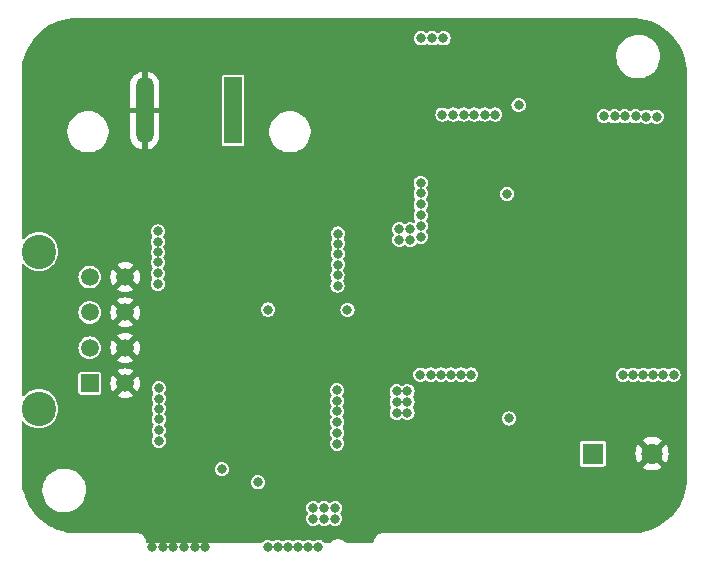
<source format=gbr>
%TF.GenerationSoftware,KiCad,Pcbnew,7.99.0-957-g18dd623122*%
%TF.CreationDate,2023-07-07T15:53:50+08:00*%
%TF.ProjectId,power,706f7765-722e-46b6-9963-61645f706362,V2*%
%TF.SameCoordinates,Original*%
%TF.FileFunction,Copper,L2,Inr*%
%TF.FilePolarity,Positive*%
%FSLAX46Y46*%
G04 Gerber Fmt 4.6, Leading zero omitted, Abs format (unit mm)*
G04 Created by KiCad (PCBNEW 7.99.0-957-g18dd623122) date 2023-07-07 15:53:50*
%MOMM*%
%LPD*%
G01*
G04 APERTURE LIST*
%TA.AperFunction,ComponentPad*%
%ADD10R,1.500000X5.650000*%
%TD*%
%TA.AperFunction,ComponentPad*%
%ADD11O,1.500000X5.650000*%
%TD*%
%TA.AperFunction,ComponentPad*%
%ADD12R,1.520000X1.520000*%
%TD*%
%TA.AperFunction,ComponentPad*%
%ADD13C,1.520000*%
%TD*%
%TA.AperFunction,ComponentPad*%
%ADD14C,2.909999*%
%TD*%
%TA.AperFunction,ComponentPad*%
%ADD15R,1.800000X1.800000*%
%TD*%
%TA.AperFunction,ComponentPad*%
%ADD16C,1.800000*%
%TD*%
%TA.AperFunction,ViaPad*%
%ADD17C,0.800000*%
%TD*%
G04 APERTURE END LIST*
D10*
%TO.N,/+12V*%
%TO.C,J1*%
X140030800Y-88457600D03*
D11*
%TO.N,GND*%
X132540800Y-88457600D03*
%TD*%
D12*
%TO.N,/VIN*%
%TO.C,J3*%
X127894999Y-111554648D03*
D13*
X127894999Y-108554649D03*
X127894999Y-105554650D03*
%TO.N,/+3V3*%
X127894999Y-102554651D03*
%TO.N,GND*%
X130894998Y-111554648D03*
X130894998Y-108554649D03*
X130894998Y-105554650D03*
X130894998Y-102554651D03*
D14*
%TO.N,N/C*%
X123575000Y-113704646D03*
X123575000Y-100404653D03*
%TD*%
D15*
%TO.N,/+5V*%
%TO.C,J4*%
X170499400Y-117500400D03*
D16*
%TO.N,GND*%
X175499400Y-117500400D03*
%TD*%
D17*
%TO.N,/VIN*%
X148894800Y-100584000D03*
X148844000Y-115747800D03*
X160441400Y-88798400D03*
X154787600Y-112217200D03*
X148869400Y-103276400D03*
X153873200Y-113131600D03*
X155905200Y-96393000D03*
X148869400Y-102412800D03*
X148895400Y-98882200D03*
X148818600Y-113055400D03*
X155016200Y-98501200D03*
X153873200Y-112217200D03*
X155905200Y-94589600D03*
X153873200Y-114046000D03*
X156870400Y-82346800D03*
X154787600Y-113131600D03*
X154787600Y-114046000D03*
X148844000Y-116662200D03*
X158663400Y-88798400D03*
X148818600Y-113919000D03*
X155930600Y-82346800D03*
X154101800Y-99415600D03*
X173192200Y-88950800D03*
X161330400Y-88798400D03*
X155016200Y-99415600D03*
X148894800Y-99720400D03*
X175021000Y-88976200D03*
X159552400Y-88798400D03*
X148894800Y-101498400D03*
X175884600Y-88976200D03*
X172328600Y-88950800D03*
X155905200Y-95478600D03*
X171414200Y-88925400D03*
X155905200Y-98221800D03*
X174106600Y-88950800D03*
X148844000Y-114833400D03*
X155905200Y-99136200D03*
X154101800Y-98501200D03*
X162219400Y-88798400D03*
X148819500Y-112141000D03*
X155905200Y-97332800D03*
X157835600Y-82346800D03*
X157749000Y-88798400D03*
%TO.N,GND*%
X143231500Y-98602800D03*
X175935400Y-94767400D03*
X138074400Y-98602800D03*
X175071800Y-94767400D03*
X156910800Y-106248200D03*
X143231500Y-102209600D03*
X158460200Y-94665800D03*
X138252200Y-115874800D03*
X143968100Y-110718600D03*
X167528000Y-86283800D03*
X174157400Y-94767400D03*
X133169800Y-125374400D03*
X177292000Y-106324400D03*
X157825200Y-106248200D03*
X143231500Y-113639600D03*
X163286200Y-93776800D03*
X143231500Y-99517200D03*
X169610800Y-82092800D03*
X162016200Y-94665800D03*
X138252200Y-112268000D03*
X161152600Y-94665800D03*
X165821650Y-84963000D03*
X144095100Y-104343200D03*
X173685200Y-106324400D03*
X160238200Y-94665800D03*
X153865700Y-109778800D03*
X176377600Y-106324400D03*
X138074400Y-102209600D03*
X171465000Y-94767400D03*
X170195000Y-93827600D03*
X135862200Y-125374400D03*
X136776600Y-125374400D03*
X143231500Y-112776000D03*
X164998400Y-117322600D03*
X143231500Y-114554000D03*
X143231500Y-101295200D03*
X143231500Y-100380800D03*
X152831800Y-106908600D03*
X137640200Y-125374400D03*
X138252200Y-114046000D03*
X162194000Y-87249000D03*
X169509200Y-89738200D03*
X143231500Y-103073200D03*
X151283300Y-102997000D03*
X143231500Y-111887000D03*
X151079200Y-83972400D03*
X173243000Y-94767400D03*
X143231500Y-116332000D03*
X151638000Y-108610400D03*
X172379400Y-94767400D03*
X138252200Y-113182400D03*
X143231500Y-115468400D03*
X151815800Y-91643200D03*
X159603200Y-106248200D03*
X134084200Y-125374400D03*
X156047200Y-106248200D03*
X138252200Y-114960400D03*
X157545800Y-94665800D03*
X138074400Y-101295200D03*
X148082000Y-110185200D03*
X134947800Y-125374400D03*
X174574200Y-106324400D03*
X175463200Y-106324400D03*
X159323800Y-94665800D03*
X166601000Y-113452500D03*
X158739600Y-106248200D03*
X149885400Y-120218200D03*
X138074400Y-100380800D03*
X138074400Y-99517200D03*
X138074400Y-103073200D03*
%TO.N,Net-(C9-Pad2)*%
X164200600Y-88011000D03*
X163210000Y-95504000D03*
%TO.N,/+5V*%
X177317400Y-110845600D03*
X157622000Y-110820200D03*
X143812400Y-125399800D03*
X156758400Y-110820200D03*
X158460200Y-110820200D03*
X146377800Y-125399800D03*
X142948800Y-125399800D03*
X175590200Y-110845600D03*
X160187400Y-110820200D03*
X147241400Y-125399800D03*
X173888400Y-110845600D03*
X155879800Y-110820200D03*
X145514200Y-125399800D03*
X176453800Y-110845600D03*
X174752000Y-110845600D03*
X159323800Y-110820200D03*
X144676000Y-125399800D03*
X173024800Y-110845600D03*
%TO.N,Net-(C25-Pad2)*%
X142978100Y-105312800D03*
X149707600Y-105333800D03*
%TO.N,/+3V3*%
X148666200Y-123012200D03*
X139065000Y-118821200D03*
X133656300Y-103149400D03*
X147726400Y-123012200D03*
X133654800Y-98700000D03*
X133731000Y-115519200D03*
X133731000Y-114579400D03*
X133654800Y-100452600D03*
X146810500Y-122118800D03*
X133731000Y-113715800D03*
X148664700Y-122118800D03*
X146812000Y-123012200D03*
X133654800Y-99589000D03*
X133732500Y-116412600D03*
X133654800Y-101316200D03*
X147724900Y-122118800D03*
X133731000Y-112852200D03*
X133654800Y-102256000D03*
X133731000Y-111963200D03*
%TO.N,/VIOUT*%
X163398200Y-114528600D03*
%TO.N,Net-(JP1-A)*%
X142113000Y-119938800D03*
%TD*%
%TA.AperFunction,Conductor*%
%TO.N,GND*%
G36*
X173766551Y-80628159D02*
G01*
X174172105Y-80645865D01*
X174177457Y-80646334D01*
X174578581Y-80699143D01*
X174583897Y-80700081D01*
X174978880Y-80787647D01*
X174984092Y-80789043D01*
X175369945Y-80910702D01*
X175375026Y-80912551D01*
X175748812Y-81067378D01*
X175753682Y-81069649D01*
X176112550Y-81256464D01*
X176117228Y-81259166D01*
X176458441Y-81476542D01*
X176462874Y-81479646D01*
X176783834Y-81725927D01*
X176787979Y-81729406D01*
X177086251Y-82002722D01*
X177090077Y-82006548D01*
X177363393Y-82304820D01*
X177366871Y-82308963D01*
X177516190Y-82503560D01*
X177613153Y-82629925D01*
X177616257Y-82634358D01*
X177833633Y-82975571D01*
X177836339Y-82980257D01*
X178001283Y-83297112D01*
X178023141Y-83339099D01*
X178025428Y-83344003D01*
X178180248Y-83717774D01*
X178182099Y-83722859D01*
X178303752Y-84108692D01*
X178305152Y-84113919D01*
X178392718Y-84508902D01*
X178393658Y-84514231D01*
X178446463Y-84915324D01*
X178446935Y-84920715D01*
X178464641Y-85326249D01*
X178464700Y-85328953D01*
X178464700Y-119560246D01*
X178464641Y-119562950D01*
X178446935Y-119968484D01*
X178446463Y-119973875D01*
X178393658Y-120374968D01*
X178392718Y-120380297D01*
X178305152Y-120775280D01*
X178303752Y-120780507D01*
X178182099Y-121166340D01*
X178180248Y-121171425D01*
X178025428Y-121545196D01*
X178023141Y-121550100D01*
X177836339Y-121908942D01*
X177833633Y-121913628D01*
X177616257Y-122254841D01*
X177613153Y-122259274D01*
X177366872Y-122580234D01*
X177363393Y-122584379D01*
X177090077Y-122882651D01*
X177086251Y-122886477D01*
X176787979Y-123159793D01*
X176783834Y-123163272D01*
X176462874Y-123409553D01*
X176458441Y-123412657D01*
X176117228Y-123630033D01*
X176112542Y-123632739D01*
X175753700Y-123819541D01*
X175748796Y-123821828D01*
X175375025Y-123976648D01*
X175369940Y-123978499D01*
X174984107Y-124100152D01*
X174978880Y-124101552D01*
X174583897Y-124189118D01*
X174578568Y-124190058D01*
X174177475Y-124242863D01*
X174172084Y-124243335D01*
X173766564Y-124261040D01*
X173763826Y-124261099D01*
X153367784Y-124249936D01*
X153367388Y-124249900D01*
X153356373Y-124249900D01*
X153299962Y-124249900D01*
X153269848Y-124249883D01*
X153269496Y-124249900D01*
X152646355Y-124249900D01*
X152491710Y-124280661D01*
X152491698Y-124280664D01*
X152346027Y-124341002D01*
X152346014Y-124341009D01*
X152214911Y-124428610D01*
X152214907Y-124428613D01*
X152103413Y-124540107D01*
X152103410Y-124540111D01*
X152015809Y-124671214D01*
X152015802Y-124671227D01*
X151955464Y-124816898D01*
X151955461Y-124816908D01*
X151930961Y-124940077D01*
X151898576Y-125001988D01*
X151837860Y-125036562D01*
X151809662Y-125039885D01*
X149645412Y-125045432D01*
X149578322Y-125025919D01*
X149557413Y-125009113D01*
X149499238Y-124950938D01*
X149499234Y-124950935D01*
X149351753Y-124852390D01*
X149351740Y-124852383D01*
X149187867Y-124784506D01*
X149187858Y-124784503D01*
X149013894Y-124749900D01*
X149013891Y-124749900D01*
X148836509Y-124749900D01*
X148836506Y-124749900D01*
X148662541Y-124784503D01*
X148662532Y-124784506D01*
X148498659Y-124852383D01*
X148498646Y-124852390D01*
X148351168Y-124950933D01*
X148289285Y-125012815D01*
X148227961Y-125046299D01*
X148201923Y-125049132D01*
X147791512Y-125050183D01*
X147724422Y-125030670D01*
X147692819Y-125001670D01*
X147669684Y-124971520D01*
X147669682Y-124971519D01*
X147669682Y-124971518D01*
X147544241Y-124875264D01*
X147512460Y-124862100D01*
X147398162Y-124814756D01*
X147398160Y-124814755D01*
X147241401Y-124794118D01*
X147241399Y-124794118D01*
X147084639Y-124814755D01*
X147084637Y-124814756D01*
X146938558Y-124875264D01*
X146885085Y-124916295D01*
X146819916Y-124941488D01*
X146751471Y-124927449D01*
X146734115Y-124916295D01*
X146680641Y-124875264D01*
X146534562Y-124814756D01*
X146534560Y-124814755D01*
X146377801Y-124794118D01*
X146377799Y-124794118D01*
X146221039Y-124814755D01*
X146221037Y-124814756D01*
X146074958Y-124875264D01*
X146021485Y-124916295D01*
X145956316Y-124941488D01*
X145887871Y-124927449D01*
X145870515Y-124916295D01*
X145817041Y-124875264D01*
X145670962Y-124814756D01*
X145670960Y-124814755D01*
X145514201Y-124794118D01*
X145514199Y-124794118D01*
X145357439Y-124814755D01*
X145357437Y-124814756D01*
X145211358Y-124875264D01*
X145170585Y-124906550D01*
X145105416Y-124931743D01*
X145036971Y-124917704D01*
X145019615Y-124906550D01*
X144978841Y-124875264D01*
X144832762Y-124814756D01*
X144832760Y-124814755D01*
X144676001Y-124794118D01*
X144675999Y-124794118D01*
X144519239Y-124814755D01*
X144519237Y-124814756D01*
X144373158Y-124875264D01*
X144319685Y-124916295D01*
X144254516Y-124941488D01*
X144186071Y-124927449D01*
X144168715Y-124916295D01*
X144115241Y-124875264D01*
X143969162Y-124814756D01*
X143969160Y-124814755D01*
X143812401Y-124794118D01*
X143812399Y-124794118D01*
X143655639Y-124814755D01*
X143655637Y-124814756D01*
X143509558Y-124875264D01*
X143456085Y-124916295D01*
X143390916Y-124941488D01*
X143322471Y-124927449D01*
X143305115Y-124916295D01*
X143251641Y-124875264D01*
X143105562Y-124814756D01*
X143105560Y-124814755D01*
X142948801Y-124794118D01*
X142948799Y-124794118D01*
X142792039Y-124814755D01*
X142792037Y-124814756D01*
X142645960Y-124875263D01*
X142520515Y-124971520D01*
X142486754Y-125015519D01*
X142430326Y-125056721D01*
X142388697Y-125064031D01*
X132799933Y-125088607D01*
X132732843Y-125069094D01*
X132686953Y-125016407D01*
X132676211Y-124976755D01*
X132675700Y-124971565D01*
X132675700Y-124971558D01*
X132675698Y-124971550D01*
X132675698Y-124971545D01*
X132644938Y-124816910D01*
X132644938Y-124816908D01*
X132644937Y-124816903D01*
X132617184Y-124749900D01*
X132584597Y-124671227D01*
X132584590Y-124671214D01*
X132496989Y-124540111D01*
X132496986Y-124540107D01*
X132385492Y-124428613D01*
X132385488Y-124428610D01*
X132254385Y-124341009D01*
X132254372Y-124341002D01*
X132108701Y-124280664D01*
X132108689Y-124280661D01*
X131954045Y-124249900D01*
X131954042Y-124249900D01*
X131931373Y-124249900D01*
X131367721Y-124249900D01*
X131365928Y-124249735D01*
X131299844Y-124249900D01*
X131270416Y-124249900D01*
X131268775Y-124249977D01*
X126819812Y-124261094D01*
X126816952Y-124261035D01*
X126421845Y-124243786D01*
X126411513Y-124243334D01*
X126406123Y-124242863D01*
X126005031Y-124190058D01*
X125999702Y-124189118D01*
X125604719Y-124101552D01*
X125599492Y-124100152D01*
X125213659Y-123978499D01*
X125208574Y-123976648D01*
X124952977Y-123870777D01*
X124834797Y-123821825D01*
X124829907Y-123819545D01*
X124471057Y-123632739D01*
X124466371Y-123630033D01*
X124125158Y-123412657D01*
X124120725Y-123409553D01*
X124090348Y-123386244D01*
X123799763Y-123163271D01*
X123795620Y-123159793D01*
X123497348Y-122886477D01*
X123493522Y-122882651D01*
X123220206Y-122584379D01*
X123216727Y-122580234D01*
X123205862Y-122566075D01*
X122970443Y-122259269D01*
X122967342Y-122254841D01*
X122749966Y-121913628D01*
X122747260Y-121908942D01*
X122560449Y-121550082D01*
X122558178Y-121545212D01*
X122403351Y-121171425D01*
X122401500Y-121166340D01*
X122378664Y-121093914D01*
X122279843Y-120780492D01*
X122278447Y-120775280D01*
X122260065Y-120692363D01*
X123875787Y-120692363D01*
X123905413Y-120961613D01*
X123905415Y-120961624D01*
X123973926Y-121223682D01*
X123973928Y-121223688D01*
X124079870Y-121472990D01*
X124123937Y-121545196D01*
X124220979Y-121704205D01*
X124220986Y-121704215D01*
X124394253Y-121912419D01*
X124394259Y-121912424D01*
X124595998Y-122093182D01*
X124821910Y-122242644D01*
X125067176Y-122357620D01*
X125067183Y-122357622D01*
X125067185Y-122357623D01*
X125326557Y-122435657D01*
X125326564Y-122435658D01*
X125326569Y-122435660D01*
X125594561Y-122475100D01*
X125594566Y-122475100D01*
X125797629Y-122475100D01*
X125797631Y-122475100D01*
X125797636Y-122475099D01*
X125797648Y-122475099D01*
X125835191Y-122472350D01*
X126000156Y-122460277D01*
X126112758Y-122435193D01*
X126264546Y-122401382D01*
X126264548Y-122401381D01*
X126264553Y-122401380D01*
X126517558Y-122304614D01*
X126753777Y-122172041D01*
X126822726Y-122118801D01*
X146204818Y-122118801D01*
X146225455Y-122275560D01*
X146225456Y-122275562D01*
X146277571Y-122401380D01*
X146285964Y-122421641D01*
X146339178Y-122490992D01*
X146364372Y-122556160D01*
X146350334Y-122624604D01*
X146339178Y-122641963D01*
X146287464Y-122709357D01*
X146226956Y-122855437D01*
X146226955Y-122855439D01*
X146206318Y-123012198D01*
X146206318Y-123012201D01*
X146226955Y-123168960D01*
X146226956Y-123168962D01*
X146287464Y-123315041D01*
X146383718Y-123440482D01*
X146509159Y-123536736D01*
X146655238Y-123597244D01*
X146733618Y-123607562D01*
X146811999Y-123617882D01*
X146812000Y-123617882D01*
X146812001Y-123617882D01*
X146873503Y-123609785D01*
X146968762Y-123597244D01*
X147114841Y-123536736D01*
X147193714Y-123476214D01*
X147258882Y-123451020D01*
X147327327Y-123465058D01*
X147344682Y-123476212D01*
X147384760Y-123506964D01*
X147423557Y-123536735D01*
X147423558Y-123536735D01*
X147423559Y-123536736D01*
X147569638Y-123597244D01*
X147648019Y-123607562D01*
X147726399Y-123617882D01*
X147726400Y-123617882D01*
X147726401Y-123617882D01*
X147787903Y-123609785D01*
X147883162Y-123597244D01*
X148029241Y-123536736D01*
X148120814Y-123466469D01*
X148185982Y-123441275D01*
X148254427Y-123455313D01*
X148271782Y-123466467D01*
X148317211Y-123501325D01*
X148363357Y-123536735D01*
X148363358Y-123536735D01*
X148363359Y-123536736D01*
X148509438Y-123597244D01*
X148587818Y-123607562D01*
X148666199Y-123617882D01*
X148666200Y-123617882D01*
X148666201Y-123617882D01*
X148727703Y-123609785D01*
X148822962Y-123597244D01*
X148969041Y-123536736D01*
X149094482Y-123440482D01*
X149190736Y-123315041D01*
X149251244Y-123168962D01*
X149271882Y-123012200D01*
X149251244Y-122855438D01*
X149190736Y-122709359D01*
X149137519Y-122640006D01*
X149112327Y-122574840D01*
X149126365Y-122506395D01*
X149137517Y-122489042D01*
X149189236Y-122421641D01*
X149249744Y-122275562D01*
X149270382Y-122118800D01*
X149267009Y-122093182D01*
X149249744Y-121962039D01*
X149249744Y-121962038D01*
X149189236Y-121815959D01*
X149092982Y-121690518D01*
X148967541Y-121594264D01*
X148960093Y-121591179D01*
X148821462Y-121533756D01*
X148821460Y-121533755D01*
X148664701Y-121513118D01*
X148664699Y-121513118D01*
X148507939Y-121533755D01*
X148507937Y-121533756D01*
X148361857Y-121594264D01*
X148270286Y-121664530D01*
X148205117Y-121689724D01*
X148136672Y-121675686D01*
X148119314Y-121664530D01*
X148027742Y-121594264D01*
X147881662Y-121533756D01*
X147881660Y-121533755D01*
X147724901Y-121513118D01*
X147724899Y-121513118D01*
X147568139Y-121533755D01*
X147568137Y-121533756D01*
X147422057Y-121594264D01*
X147343186Y-121654785D01*
X147278017Y-121679979D01*
X147209572Y-121665941D01*
X147192214Y-121654785D01*
X147113342Y-121594264D01*
X146967262Y-121533756D01*
X146967260Y-121533755D01*
X146810501Y-121513118D01*
X146810499Y-121513118D01*
X146653739Y-121533755D01*
X146653737Y-121533756D01*
X146507660Y-121594263D01*
X146382218Y-121690518D01*
X146285963Y-121815960D01*
X146225456Y-121962037D01*
X146225455Y-121962039D01*
X146204818Y-122118798D01*
X146204818Y-122118801D01*
X126822726Y-122118801D01*
X126968177Y-122006488D01*
X127156186Y-121811481D01*
X127313799Y-121591179D01*
X127387787Y-121447269D01*
X127437649Y-121350290D01*
X127437651Y-121350284D01*
X127437656Y-121350275D01*
X127525118Y-121093905D01*
X127574319Y-120827533D01*
X127584212Y-120556835D01*
X127554586Y-120287582D01*
X127486072Y-120025512D01*
X127449224Y-119938801D01*
X141507318Y-119938801D01*
X141527955Y-120095560D01*
X141527956Y-120095562D01*
X141588464Y-120241641D01*
X141684718Y-120367082D01*
X141810159Y-120463336D01*
X141956238Y-120523844D01*
X142034619Y-120534163D01*
X142112999Y-120544482D01*
X142113000Y-120544482D01*
X142113001Y-120544482D01*
X142165253Y-120537602D01*
X142269762Y-120523844D01*
X142415841Y-120463336D01*
X142541282Y-120367082D01*
X142637536Y-120241641D01*
X142698044Y-120095562D01*
X142718682Y-119938800D01*
X142713432Y-119898925D01*
X142698044Y-119782039D01*
X142698044Y-119782038D01*
X142637536Y-119635959D01*
X142541282Y-119510518D01*
X142415841Y-119414264D01*
X142269762Y-119353756D01*
X142269760Y-119353755D01*
X142113001Y-119333118D01*
X142112999Y-119333118D01*
X141956239Y-119353755D01*
X141956237Y-119353756D01*
X141810160Y-119414263D01*
X141684718Y-119510518D01*
X141588463Y-119635960D01*
X141527956Y-119782037D01*
X141527955Y-119782039D01*
X141507318Y-119938798D01*
X141507318Y-119938801D01*
X127449224Y-119938801D01*
X127380130Y-119776210D01*
X127239018Y-119544990D01*
X127149747Y-119437719D01*
X127065746Y-119336780D01*
X127065740Y-119336775D01*
X126864002Y-119156018D01*
X126638092Y-119006557D01*
X126577089Y-118977960D01*
X126392824Y-118891580D01*
X126392819Y-118891578D01*
X126392814Y-118891576D01*
X126158899Y-118821201D01*
X138459318Y-118821201D01*
X138479955Y-118977960D01*
X138479956Y-118977962D01*
X138540464Y-119124041D01*
X138636718Y-119249482D01*
X138762159Y-119345736D01*
X138908238Y-119406244D01*
X138969149Y-119414263D01*
X139064999Y-119426882D01*
X139065000Y-119426882D01*
X139065001Y-119426882D01*
X139117253Y-119420002D01*
X139221762Y-119406244D01*
X139367841Y-119345736D01*
X139493282Y-119249482D01*
X139589536Y-119124041D01*
X139650044Y-118977962D01*
X139670682Y-118821200D01*
X139669673Y-118813539D01*
X139650044Y-118664439D01*
X139650044Y-118664438D01*
X139589536Y-118518359D01*
X139514179Y-118420152D01*
X169398900Y-118420152D01*
X169410531Y-118478629D01*
X169410532Y-118478630D01*
X169454847Y-118544952D01*
X169521169Y-118589267D01*
X169521170Y-118589268D01*
X169579647Y-118600899D01*
X169579650Y-118600900D01*
X169579652Y-118600900D01*
X171419150Y-118600900D01*
X171419151Y-118600899D01*
X171433968Y-118597952D01*
X171477629Y-118589268D01*
X171477629Y-118589267D01*
X171477631Y-118589267D01*
X171543952Y-118544952D01*
X171588267Y-118478631D01*
X171588267Y-118478629D01*
X171588268Y-118478629D01*
X171599899Y-118420152D01*
X171599900Y-118420150D01*
X171599900Y-117500405D01*
X174094602Y-117500405D01*
X174113761Y-117731618D01*
X174170717Y-117956535D01*
X174263916Y-118169009D01*
X174348211Y-118298033D01*
X174936626Y-117709619D01*
X174975301Y-117802988D01*
X175071475Y-117928325D01*
X175196812Y-118024499D01*
X175290179Y-118063172D01*
X174700599Y-118652751D01*
X174731050Y-118676450D01*
X174935097Y-118786876D01*
X174935106Y-118786879D01*
X175154539Y-118862211D01*
X175383393Y-118900400D01*
X175615407Y-118900400D01*
X175844260Y-118862211D01*
X176063693Y-118786879D01*
X176063702Y-118786876D01*
X176267750Y-118676450D01*
X176298198Y-118652751D01*
X175708620Y-118063173D01*
X175801988Y-118024499D01*
X175927325Y-117928325D01*
X176023499Y-117802989D01*
X176062172Y-117709620D01*
X176650586Y-118298034D01*
X176734884Y-118169006D01*
X176828082Y-117956535D01*
X176885038Y-117731618D01*
X176904197Y-117500405D01*
X176904197Y-117500394D01*
X176885038Y-117269181D01*
X176828082Y-117044264D01*
X176734883Y-116831790D01*
X176650586Y-116702764D01*
X176062172Y-117291178D01*
X176023499Y-117197812D01*
X175927325Y-117072475D01*
X175801988Y-116976301D01*
X175708620Y-116937627D01*
X176298199Y-116348048D01*
X176298199Y-116348047D01*
X176267749Y-116324349D01*
X176063702Y-116213923D01*
X176063693Y-116213920D01*
X175844260Y-116138588D01*
X175615407Y-116100400D01*
X175383393Y-116100400D01*
X175154539Y-116138588D01*
X174935106Y-116213920D01*
X174935098Y-116213923D01*
X174731044Y-116324352D01*
X174700600Y-116348046D01*
X174700600Y-116348047D01*
X175290179Y-116937626D01*
X175196812Y-116976301D01*
X175071475Y-117072475D01*
X174975301Y-117197811D01*
X174936626Y-117291179D01*
X174348212Y-116702765D01*
X174263916Y-116831791D01*
X174263914Y-116831795D01*
X174170717Y-117044264D01*
X174113761Y-117269181D01*
X174094602Y-117500394D01*
X174094602Y-117500405D01*
X171599900Y-117500405D01*
X171599900Y-116580649D01*
X171599899Y-116580647D01*
X171588268Y-116522170D01*
X171588267Y-116522169D01*
X171543952Y-116455847D01*
X171477630Y-116411532D01*
X171477629Y-116411531D01*
X171419152Y-116399900D01*
X171419148Y-116399900D01*
X169579652Y-116399900D01*
X169579647Y-116399900D01*
X169521170Y-116411531D01*
X169521169Y-116411532D01*
X169454847Y-116455847D01*
X169410532Y-116522169D01*
X169410531Y-116522170D01*
X169398900Y-116580647D01*
X169398900Y-118420152D01*
X139514179Y-118420152D01*
X139493282Y-118392918D01*
X139367841Y-118296664D01*
X139221762Y-118236156D01*
X139221760Y-118236155D01*
X139065001Y-118215518D01*
X139064999Y-118215518D01*
X138908239Y-118236155D01*
X138908237Y-118236156D01*
X138762160Y-118296663D01*
X138636718Y-118392918D01*
X138540463Y-118518360D01*
X138479956Y-118664437D01*
X138479955Y-118664439D01*
X138459318Y-118821198D01*
X138459318Y-118821201D01*
X126158899Y-118821201D01*
X126133442Y-118813542D01*
X126133428Y-118813539D01*
X126017791Y-118796521D01*
X125865439Y-118774100D01*
X125662369Y-118774100D01*
X125662351Y-118774100D01*
X125459844Y-118788923D01*
X125459831Y-118788925D01*
X125195453Y-118847817D01*
X125195446Y-118847820D01*
X124942439Y-118944587D01*
X124706226Y-119077157D01*
X124491822Y-119242712D01*
X124303822Y-119437709D01*
X124303816Y-119437716D01*
X124146202Y-119658019D01*
X124146199Y-119658024D01*
X124022350Y-119898909D01*
X124022343Y-119898927D01*
X123934884Y-120155285D01*
X123934881Y-120155299D01*
X123918933Y-120241641D01*
X123893810Y-120377660D01*
X123885681Y-120421668D01*
X123885680Y-120421675D01*
X123875787Y-120692363D01*
X122260065Y-120692363D01*
X122190881Y-120380297D01*
X122189943Y-120374981D01*
X122137134Y-119973857D01*
X122136665Y-119968505D01*
X122118959Y-119562950D01*
X122118900Y-119560246D01*
X122118900Y-119514004D01*
X122118900Y-117247243D01*
X122118900Y-115519201D01*
X133125318Y-115519201D01*
X133145955Y-115675960D01*
X133145956Y-115675962D01*
X133206464Y-115822041D01*
X133259678Y-115891392D01*
X133284872Y-115956560D01*
X133270834Y-116025004D01*
X133259678Y-116042363D01*
X133207964Y-116109757D01*
X133147456Y-116255837D01*
X133147455Y-116255839D01*
X133126818Y-116412598D01*
X133126818Y-116412601D01*
X133147455Y-116569360D01*
X133147456Y-116569362D01*
X133207964Y-116715441D01*
X133304218Y-116840882D01*
X133429659Y-116937136D01*
X133575738Y-116997644D01*
X133654119Y-117007963D01*
X133732499Y-117018282D01*
X133732500Y-117018282D01*
X133732501Y-117018282D01*
X133784754Y-117011402D01*
X133889262Y-116997644D01*
X134035341Y-116937136D01*
X134160782Y-116840882D01*
X134257036Y-116715441D01*
X134317544Y-116569362D01*
X134338182Y-116412600D01*
X134338041Y-116411532D01*
X134320789Y-116280484D01*
X134317544Y-116255838D01*
X134257036Y-116109759D01*
X134203819Y-116040406D01*
X134178627Y-115975240D01*
X134192665Y-115906795D01*
X134203817Y-115889442D01*
X134255536Y-115822041D01*
X134316044Y-115675962D01*
X134336682Y-115519200D01*
X134316044Y-115362438D01*
X134255536Y-115216359D01*
X134255535Y-115216358D01*
X134255535Y-115216357D01*
X134194059Y-115136241D01*
X134185269Y-115124785D01*
X134160075Y-115059618D01*
X134174113Y-114991173D01*
X134185267Y-114973817D01*
X134255536Y-114882241D01*
X134316044Y-114736162D01*
X134336682Y-114579400D01*
X134316044Y-114422638D01*
X134255536Y-114276559D01*
X134255535Y-114276558D01*
X134255535Y-114276557D01*
X134214505Y-114223086D01*
X134189311Y-114157917D01*
X134203349Y-114089472D01*
X134214505Y-114072114D01*
X134255535Y-114018642D01*
X134255534Y-114018642D01*
X134255536Y-114018641D01*
X134296808Y-113919001D01*
X148212918Y-113919001D01*
X148233555Y-114075760D01*
X148233556Y-114075762D01*
X148264769Y-114151118D01*
X148294064Y-114221841D01*
X148367286Y-114317266D01*
X148392479Y-114382432D01*
X148378441Y-114450877D01*
X148367285Y-114468236D01*
X148319464Y-114530557D01*
X148258956Y-114676637D01*
X148258955Y-114676639D01*
X148238318Y-114833398D01*
X148238318Y-114833401D01*
X148258955Y-114990160D01*
X148258956Y-114990162D01*
X148319464Y-115136242D01*
X148379984Y-115215112D01*
X148405179Y-115280281D01*
X148391141Y-115348726D01*
X148379985Y-115366085D01*
X148319464Y-115444957D01*
X148258956Y-115591037D01*
X148258955Y-115591039D01*
X148238318Y-115747798D01*
X148238318Y-115747801D01*
X148258955Y-115904560D01*
X148258956Y-115904562D01*
X148319464Y-116050642D01*
X148379984Y-116129513D01*
X148405178Y-116194682D01*
X148391140Y-116263127D01*
X148379985Y-116280484D01*
X148319464Y-116359358D01*
X148258956Y-116505437D01*
X148258955Y-116505439D01*
X148238318Y-116662198D01*
X148238318Y-116662201D01*
X148258955Y-116818960D01*
X148258956Y-116818962D01*
X148319464Y-116965041D01*
X148415718Y-117090482D01*
X148541159Y-117186736D01*
X148687238Y-117247244D01*
X148765619Y-117257562D01*
X148843999Y-117267882D01*
X148844000Y-117267882D01*
X148844001Y-117267882D01*
X148896253Y-117261002D01*
X149000762Y-117247244D01*
X149146841Y-117186736D01*
X149272282Y-117090482D01*
X149368536Y-116965041D01*
X149429044Y-116818962D01*
X149449682Y-116662200D01*
X149429044Y-116505438D01*
X149368536Y-116359359D01*
X149368535Y-116359358D01*
X149368535Y-116359357D01*
X149338764Y-116320560D01*
X149308014Y-116280485D01*
X149282820Y-116215318D01*
X149296858Y-116146873D01*
X149308012Y-116129517D01*
X149368536Y-116050641D01*
X149429044Y-115904562D01*
X149449682Y-115747800D01*
X149429044Y-115591038D01*
X149368536Y-115444959D01*
X149308013Y-115366083D01*
X149282820Y-115300916D01*
X149296858Y-115232472D01*
X149308004Y-115215127D01*
X149368536Y-115136241D01*
X149429044Y-114990162D01*
X149449682Y-114833400D01*
X149445869Y-114804441D01*
X149435923Y-114728891D01*
X149429044Y-114676638D01*
X149368536Y-114530559D01*
X149368535Y-114530558D01*
X149368535Y-114530557D01*
X149296435Y-114436595D01*
X149295314Y-114435134D01*
X149270120Y-114369967D01*
X149284158Y-114301522D01*
X149295312Y-114284166D01*
X149343136Y-114221841D01*
X149403644Y-114075762D01*
X149407562Y-114046001D01*
X153267518Y-114046001D01*
X153288155Y-114202760D01*
X153288156Y-114202762D01*
X153348664Y-114348841D01*
X153444918Y-114474282D01*
X153570359Y-114570536D01*
X153716438Y-114631044D01*
X153794818Y-114641362D01*
X153873199Y-114651682D01*
X153873200Y-114651682D01*
X153873201Y-114651682D01*
X153925453Y-114644802D01*
X154029962Y-114631044D01*
X154176041Y-114570536D01*
X154254914Y-114510014D01*
X154320082Y-114484820D01*
X154388527Y-114498858D01*
X154405882Y-114510012D01*
X154430104Y-114528598D01*
X154484757Y-114570535D01*
X154484758Y-114570535D01*
X154484759Y-114570536D01*
X154630838Y-114631044D01*
X154709218Y-114641362D01*
X154787599Y-114651682D01*
X154787600Y-114651682D01*
X154787601Y-114651682D01*
X154839853Y-114644802D01*
X154944362Y-114631044D01*
X155090441Y-114570536D01*
X155145092Y-114528601D01*
X162792518Y-114528601D01*
X162813155Y-114685360D01*
X162813156Y-114685362D01*
X162873664Y-114831441D01*
X162969918Y-114956882D01*
X163095359Y-115053136D01*
X163241438Y-115113644D01*
X163319819Y-115123962D01*
X163398199Y-115134282D01*
X163398200Y-115134282D01*
X163398201Y-115134282D01*
X163470337Y-115124785D01*
X163554962Y-115113644D01*
X163701041Y-115053136D01*
X163826482Y-114956882D01*
X163922736Y-114831441D01*
X163983244Y-114685362D01*
X164003882Y-114528600D01*
X163999966Y-114498858D01*
X163983244Y-114371839D01*
X163983244Y-114371838D01*
X163922736Y-114225759D01*
X163826482Y-114100318D01*
X163701041Y-114004064D01*
X163605334Y-113964421D01*
X163554962Y-113943556D01*
X163554960Y-113943555D01*
X163398201Y-113922918D01*
X163398199Y-113922918D01*
X163241439Y-113943555D01*
X163241437Y-113943556D01*
X163095360Y-114004063D01*
X162969918Y-114100318D01*
X162873663Y-114225760D01*
X162813156Y-114371837D01*
X162813155Y-114371839D01*
X162792518Y-114528598D01*
X162792518Y-114528601D01*
X155145092Y-114528601D01*
X155215882Y-114474282D01*
X155312136Y-114348841D01*
X155372644Y-114202762D01*
X155393282Y-114046000D01*
X155372644Y-113889238D01*
X155312136Y-113743159D01*
X155251613Y-113664283D01*
X155226420Y-113599116D01*
X155240458Y-113530672D01*
X155251604Y-113513327D01*
X155312136Y-113434441D01*
X155372644Y-113288362D01*
X155393282Y-113131600D01*
X155372644Y-112974838D01*
X155312136Y-112828759D01*
X155312135Y-112828758D01*
X155312135Y-112828757D01*
X155282364Y-112789960D01*
X155251614Y-112749885D01*
X155226420Y-112684718D01*
X155240458Y-112616273D01*
X155251612Y-112598917D01*
X155312136Y-112520041D01*
X155372644Y-112373962D01*
X155393282Y-112217200D01*
X155372644Y-112060438D01*
X155312136Y-111914359D01*
X155215882Y-111788918D01*
X155090441Y-111692664D01*
X155012452Y-111660360D01*
X154944362Y-111632156D01*
X154944360Y-111632155D01*
X154787601Y-111611518D01*
X154787599Y-111611518D01*
X154630839Y-111632155D01*
X154630837Y-111632156D01*
X154484757Y-111692664D01*
X154405886Y-111753185D01*
X154340717Y-111778379D01*
X154272272Y-111764341D01*
X154254914Y-111753185D01*
X154176042Y-111692664D01*
X154029962Y-111632156D01*
X154029960Y-111632155D01*
X153873201Y-111611518D01*
X153873199Y-111611518D01*
X153716439Y-111632155D01*
X153716437Y-111632156D01*
X153570360Y-111692663D01*
X153444918Y-111788918D01*
X153348663Y-111914360D01*
X153288156Y-112060437D01*
X153288155Y-112060439D01*
X153267518Y-112217198D01*
X153267518Y-112217201D01*
X153288155Y-112373960D01*
X153288156Y-112373962D01*
X153348664Y-112520042D01*
X153409185Y-112598914D01*
X153434379Y-112664083D01*
X153420341Y-112732528D01*
X153409185Y-112749886D01*
X153348664Y-112828757D01*
X153288156Y-112974837D01*
X153288155Y-112974839D01*
X153267518Y-113131598D01*
X153267518Y-113131601D01*
X153288155Y-113288360D01*
X153288156Y-113288362D01*
X153348664Y-113434442D01*
X153409184Y-113513313D01*
X153434378Y-113578482D01*
X153420340Y-113646927D01*
X153409185Y-113664284D01*
X153348664Y-113743158D01*
X153288156Y-113889237D01*
X153288155Y-113889239D01*
X153267518Y-114045998D01*
X153267518Y-114046001D01*
X149407562Y-114046001D01*
X149424282Y-113919000D01*
X149403644Y-113762238D01*
X149343136Y-113616159D01*
X149343135Y-113616158D01*
X149343135Y-113616157D01*
X149302105Y-113562686D01*
X149276911Y-113497517D01*
X149290949Y-113429072D01*
X149302105Y-113411714D01*
X149343135Y-113358242D01*
X149343134Y-113358242D01*
X149343136Y-113358241D01*
X149403644Y-113212162D01*
X149424282Y-113055400D01*
X149403644Y-112898638D01*
X149343136Y-112752559D01*
X149283062Y-112674269D01*
X149257870Y-112609104D01*
X149271908Y-112540659D01*
X149283060Y-112523306D01*
X149344036Y-112443841D01*
X149404544Y-112297762D01*
X149425182Y-112141000D01*
X149423115Y-112125302D01*
X149404939Y-111987241D01*
X149404544Y-111984238D01*
X149344036Y-111838159D01*
X149247782Y-111712718D01*
X149122341Y-111616464D01*
X149110400Y-111611518D01*
X148976262Y-111555956D01*
X148976260Y-111555955D01*
X148819501Y-111535318D01*
X148819499Y-111535318D01*
X148662739Y-111555955D01*
X148662737Y-111555956D01*
X148516660Y-111616463D01*
X148391218Y-111712718D01*
X148294963Y-111838160D01*
X148234456Y-111984237D01*
X148234455Y-111984239D01*
X148213818Y-112140998D01*
X148213818Y-112141001D01*
X148234455Y-112297760D01*
X148234456Y-112297762D01*
X148294964Y-112443842D01*
X148355034Y-112522127D01*
X148380228Y-112587296D01*
X148366189Y-112655741D01*
X148355035Y-112673098D01*
X148294064Y-112752558D01*
X148233556Y-112898637D01*
X148233555Y-112898639D01*
X148212918Y-113055398D01*
X148212918Y-113055401D01*
X148233555Y-113212160D01*
X148233556Y-113212162D01*
X148294064Y-113358242D01*
X148335094Y-113411713D01*
X148360288Y-113476882D01*
X148346250Y-113545327D01*
X148335095Y-113562684D01*
X148294064Y-113616158D01*
X148233556Y-113762237D01*
X148233555Y-113762239D01*
X148212918Y-113918998D01*
X148212918Y-113919001D01*
X134296808Y-113919001D01*
X134316044Y-113872562D01*
X134336682Y-113715800D01*
X134335213Y-113704645D01*
X134316044Y-113559039D01*
X134316044Y-113559038D01*
X134255536Y-113412959D01*
X134255535Y-113412958D01*
X134255535Y-113412957D01*
X134214505Y-113359485D01*
X134189311Y-113294315D01*
X134203350Y-113225871D01*
X134214506Y-113208512D01*
X134255535Y-113155042D01*
X134255534Y-113155042D01*
X134255536Y-113155041D01*
X134316044Y-113008962D01*
X134336682Y-112852200D01*
X134316044Y-112695438D01*
X134255536Y-112549359D01*
X134255535Y-112549358D01*
X134255535Y-112549357D01*
X134229284Y-112515147D01*
X134204759Y-112483185D01*
X134179565Y-112418018D01*
X134193603Y-112349573D01*
X134204757Y-112332217D01*
X134255536Y-112266041D01*
X134316044Y-112119962D01*
X134333912Y-111984238D01*
X134336682Y-111963201D01*
X134336682Y-111963198D01*
X134316044Y-111806439D01*
X134316044Y-111806438D01*
X134255536Y-111660359D01*
X134159282Y-111534918D01*
X134033841Y-111438664D01*
X134014474Y-111430642D01*
X133887762Y-111378156D01*
X133887760Y-111378155D01*
X133731001Y-111357518D01*
X133730999Y-111357518D01*
X133574239Y-111378155D01*
X133574237Y-111378156D01*
X133428160Y-111438663D01*
X133302718Y-111534918D01*
X133206463Y-111660360D01*
X133145956Y-111806437D01*
X133145955Y-111806439D01*
X133125318Y-111963198D01*
X133125318Y-111963201D01*
X133145955Y-112119960D01*
X133145956Y-112119962D01*
X133206464Y-112266042D01*
X133257239Y-112332213D01*
X133282433Y-112397382D01*
X133268395Y-112465827D01*
X133257240Y-112483184D01*
X133206464Y-112549358D01*
X133145956Y-112695437D01*
X133145955Y-112695439D01*
X133125318Y-112852198D01*
X133125318Y-112852201D01*
X133145955Y-113008960D01*
X133145956Y-113008962D01*
X133206464Y-113155041D01*
X133247495Y-113208515D01*
X133272688Y-113273684D01*
X133258649Y-113342129D01*
X133247495Y-113359485D01*
X133206464Y-113412958D01*
X133145956Y-113559037D01*
X133145955Y-113559039D01*
X133125318Y-113715798D01*
X133125318Y-113715801D01*
X133145955Y-113872560D01*
X133145956Y-113872562D01*
X133206464Y-114018641D01*
X133247495Y-114072115D01*
X133272688Y-114137284D01*
X133258649Y-114205729D01*
X133247495Y-114223085D01*
X133206464Y-114276558D01*
X133145956Y-114422637D01*
X133145955Y-114422639D01*
X133125318Y-114579398D01*
X133125318Y-114579401D01*
X133145955Y-114736160D01*
X133145956Y-114736162D01*
X133186232Y-114833398D01*
X133206464Y-114882241D01*
X133276731Y-114973815D01*
X133301924Y-115038981D01*
X133287886Y-115107426D01*
X133276730Y-115124785D01*
X133206464Y-115216357D01*
X133145956Y-115362437D01*
X133145955Y-115362439D01*
X133125318Y-115519198D01*
X133125318Y-115519201D01*
X122118900Y-115519201D01*
X122118900Y-114884969D01*
X122138584Y-114817934D01*
X122191388Y-114772179D01*
X122260546Y-114762235D01*
X122324102Y-114791260D01*
X122337188Y-114804440D01*
X122400766Y-114878880D01*
X122598913Y-115048114D01*
X122598915Y-115048115D01*
X122598916Y-115048116D01*
X122598917Y-115048117D01*
X122821094Y-115184267D01*
X122898571Y-115216359D01*
X123061841Y-115283988D01*
X123315222Y-115344819D01*
X123575000Y-115365264D01*
X123834778Y-115344819D01*
X124088159Y-115283988D01*
X124328905Y-115184267D01*
X124551087Y-115048114D01*
X124749234Y-114878880D01*
X124918468Y-114680733D01*
X125054621Y-114458551D01*
X125154342Y-114217805D01*
X125215173Y-113964424D01*
X125235618Y-113704646D01*
X125215173Y-113444868D01*
X125154342Y-113191487D01*
X125064603Y-112974839D01*
X125054621Y-112950740D01*
X124918471Y-112728563D01*
X124918470Y-112728562D01*
X124918469Y-112728561D01*
X124918468Y-112728559D01*
X124749234Y-112530412D01*
X124551087Y-112361178D01*
X124551085Y-112361176D01*
X124551083Y-112361175D01*
X124551082Y-112361174D01*
X124507391Y-112334400D01*
X126934499Y-112334400D01*
X126946130Y-112392877D01*
X126946131Y-112392878D01*
X126990446Y-112459200D01*
X127056768Y-112503515D01*
X127056769Y-112503516D01*
X127115246Y-112515147D01*
X127115249Y-112515148D01*
X127115251Y-112515148D01*
X128674749Y-112515148D01*
X128674750Y-112515147D01*
X128689567Y-112512200D01*
X128733228Y-112503516D01*
X128733228Y-112503515D01*
X128733230Y-112503515D01*
X128799551Y-112459200D01*
X128843866Y-112392879D01*
X128843866Y-112392877D01*
X128843867Y-112392877D01*
X128855498Y-112334400D01*
X128855499Y-112334398D01*
X128855499Y-111554649D01*
X129630185Y-111554649D01*
X129649399Y-111774274D01*
X129649400Y-111774282D01*
X129706461Y-111987235D01*
X129706464Y-111987241D01*
X129799636Y-112187050D01*
X129844692Y-112251398D01*
X130403864Y-111692227D01*
X130426316Y-111768688D01*
X130505603Y-111892061D01*
X130616436Y-111988099D01*
X130749837Y-112049021D01*
X130753631Y-112049566D01*
X130198245Y-112604952D01*
X130262591Y-112650007D01*
X130462404Y-112743181D01*
X130462410Y-112743184D01*
X130675363Y-112800245D01*
X130675371Y-112800246D01*
X130894996Y-112819461D01*
X130895000Y-112819461D01*
X131114624Y-112800246D01*
X131114632Y-112800245D01*
X131327585Y-112743184D01*
X131327596Y-112743180D01*
X131527400Y-112650010D01*
X131527408Y-112650006D01*
X131591749Y-112604953D01*
X131591749Y-112604952D01*
X131036364Y-112049566D01*
X131040159Y-112049021D01*
X131173560Y-111988099D01*
X131284393Y-111892061D01*
X131363680Y-111768688D01*
X131386130Y-111692228D01*
X131945302Y-112251399D01*
X131945303Y-112251399D01*
X131990356Y-112187058D01*
X131990360Y-112187050D01*
X132083530Y-111987246D01*
X132083534Y-111987235D01*
X132140595Y-111774282D01*
X132140596Y-111774274D01*
X132159811Y-111554649D01*
X132159811Y-111554646D01*
X132140596Y-111335021D01*
X132140595Y-111335014D01*
X132083531Y-111122052D01*
X131990358Y-110922243D01*
X131990357Y-110922241D01*
X131945302Y-110857896D01*
X131945302Y-110857895D01*
X131386130Y-111417066D01*
X131363680Y-111340608D01*
X131284393Y-111217235D01*
X131173560Y-111121197D01*
X131040159Y-111060275D01*
X131036363Y-111059729D01*
X131275891Y-110820201D01*
X155274118Y-110820201D01*
X155294755Y-110976960D01*
X155294756Y-110976962D01*
X155322792Y-111044648D01*
X155355264Y-111123041D01*
X155451518Y-111248482D01*
X155576959Y-111344736D01*
X155723038Y-111405244D01*
X155801419Y-111415562D01*
X155879799Y-111425882D01*
X155879800Y-111425882D01*
X155879801Y-111425882D01*
X155932054Y-111419002D01*
X156036562Y-111405244D01*
X156182641Y-111344736D01*
X156243614Y-111297949D01*
X156308782Y-111272755D01*
X156377227Y-111286793D01*
X156394581Y-111297946D01*
X156428442Y-111323928D01*
X156455557Y-111344735D01*
X156455558Y-111344735D01*
X156455559Y-111344736D01*
X156601638Y-111405244D01*
X156680018Y-111415562D01*
X156758399Y-111425882D01*
X156758400Y-111425882D01*
X156758401Y-111425882D01*
X156810653Y-111419002D01*
X156915162Y-111405244D01*
X157061241Y-111344736D01*
X157102015Y-111313449D01*
X157114714Y-111303705D01*
X157179883Y-111278511D01*
X157248328Y-111292549D01*
X157265686Y-111303705D01*
X157319157Y-111344735D01*
X157319158Y-111344735D01*
X157319159Y-111344736D01*
X157465238Y-111405244D01*
X157543618Y-111415562D01*
X157621999Y-111425882D01*
X157622000Y-111425882D01*
X157622001Y-111425882D01*
X157674254Y-111419002D01*
X157778762Y-111405244D01*
X157924841Y-111344736D01*
X157965613Y-111313450D01*
X158030779Y-111288255D01*
X158099224Y-111302292D01*
X158116585Y-111313449D01*
X158122450Y-111317949D01*
X158157359Y-111344736D01*
X158157361Y-111344736D01*
X158157363Y-111344738D01*
X158218680Y-111370136D01*
X158303438Y-111405244D01*
X158381819Y-111415562D01*
X158460199Y-111425882D01*
X158460200Y-111425882D01*
X158460201Y-111425882D01*
X158512454Y-111419002D01*
X158616962Y-111405244D01*
X158763041Y-111344736D01*
X158803815Y-111313449D01*
X158816514Y-111303705D01*
X158881683Y-111278511D01*
X158950128Y-111292549D01*
X158967486Y-111303705D01*
X159020957Y-111344735D01*
X159020958Y-111344735D01*
X159020959Y-111344736D01*
X159167038Y-111405244D01*
X159245418Y-111415562D01*
X159323799Y-111425882D01*
X159323800Y-111425882D01*
X159323801Y-111425882D01*
X159376054Y-111419002D01*
X159480562Y-111405244D01*
X159626641Y-111344736D01*
X159667415Y-111313449D01*
X159680114Y-111303705D01*
X159745283Y-111278511D01*
X159813728Y-111292549D01*
X159831086Y-111303705D01*
X159884557Y-111344735D01*
X159884558Y-111344735D01*
X159884559Y-111344736D01*
X160030638Y-111405244D01*
X160109018Y-111415562D01*
X160187399Y-111425882D01*
X160187400Y-111425882D01*
X160187401Y-111425882D01*
X160239653Y-111419002D01*
X160344162Y-111405244D01*
X160490241Y-111344736D01*
X160615682Y-111248482D01*
X160711936Y-111123041D01*
X160772444Y-110976962D01*
X160789738Y-110845601D01*
X172419118Y-110845601D01*
X172439755Y-111002360D01*
X172439756Y-111002362D01*
X172500264Y-111148441D01*
X172596518Y-111273882D01*
X172721959Y-111370136D01*
X172868038Y-111430644D01*
X172928949Y-111438663D01*
X173024799Y-111451282D01*
X173024800Y-111451282D01*
X173024801Y-111451282D01*
X173077053Y-111444402D01*
X173181562Y-111430644D01*
X173327641Y-111370136D01*
X173373413Y-111335014D01*
X173381114Y-111329105D01*
X173446283Y-111303911D01*
X173514728Y-111317949D01*
X173532086Y-111329105D01*
X173585557Y-111370135D01*
X173585558Y-111370135D01*
X173585559Y-111370136D01*
X173731638Y-111430644D01*
X173792549Y-111438663D01*
X173888399Y-111451282D01*
X173888400Y-111451282D01*
X173888401Y-111451282D01*
X173940653Y-111444402D01*
X174045162Y-111430644D01*
X174191241Y-111370136D01*
X174244712Y-111329105D01*
X174309881Y-111303911D01*
X174378326Y-111317949D01*
X174395685Y-111329105D01*
X174449157Y-111370135D01*
X174449158Y-111370135D01*
X174449159Y-111370136D01*
X174595238Y-111430644D01*
X174656149Y-111438663D01*
X174751999Y-111451282D01*
X174752000Y-111451282D01*
X174752001Y-111451282D01*
X174804254Y-111444402D01*
X174908762Y-111430644D01*
X175054841Y-111370136D01*
X175095614Y-111338849D01*
X175160781Y-111313655D01*
X175229226Y-111327693D01*
X175246583Y-111338847D01*
X175287359Y-111370136D01*
X175287361Y-111370136D01*
X175287363Y-111370138D01*
X175360398Y-111400389D01*
X175433438Y-111430644D01*
X175494349Y-111438663D01*
X175590199Y-111451282D01*
X175590200Y-111451282D01*
X175590201Y-111451282D01*
X175642454Y-111444402D01*
X175746962Y-111430644D01*
X175893041Y-111370136D01*
X175946512Y-111329105D01*
X176011681Y-111303911D01*
X176080126Y-111317949D01*
X176097485Y-111329105D01*
X176150957Y-111370135D01*
X176150958Y-111370135D01*
X176150959Y-111370136D01*
X176297038Y-111430644D01*
X176357949Y-111438663D01*
X176453799Y-111451282D01*
X176453800Y-111451282D01*
X176453801Y-111451282D01*
X176506053Y-111444402D01*
X176610562Y-111430644D01*
X176756641Y-111370136D01*
X176802413Y-111335014D01*
X176810114Y-111329105D01*
X176875283Y-111303911D01*
X176943728Y-111317949D01*
X176961086Y-111329105D01*
X177014557Y-111370135D01*
X177014558Y-111370135D01*
X177014559Y-111370136D01*
X177160638Y-111430644D01*
X177221549Y-111438663D01*
X177317399Y-111451282D01*
X177317400Y-111451282D01*
X177317401Y-111451282D01*
X177369654Y-111444402D01*
X177474162Y-111430644D01*
X177620241Y-111370136D01*
X177745682Y-111273882D01*
X177841936Y-111148441D01*
X177902444Y-111002362D01*
X177923082Y-110845600D01*
X177902444Y-110688838D01*
X177841936Y-110542759D01*
X177745682Y-110417318D01*
X177620241Y-110321064D01*
X177591234Y-110309049D01*
X177474162Y-110260556D01*
X177474160Y-110260555D01*
X177317401Y-110239918D01*
X177317399Y-110239918D01*
X177160639Y-110260555D01*
X177160637Y-110260556D01*
X177014558Y-110321064D01*
X176961085Y-110362095D01*
X176895916Y-110387288D01*
X176827471Y-110373249D01*
X176810115Y-110362095D01*
X176756641Y-110321064D01*
X176610562Y-110260556D01*
X176610560Y-110260555D01*
X176453801Y-110239918D01*
X176453799Y-110239918D01*
X176297039Y-110260555D01*
X176297037Y-110260556D01*
X176150958Y-110321064D01*
X176097485Y-110362095D01*
X176032316Y-110387288D01*
X175963871Y-110373249D01*
X175946515Y-110362095D01*
X175893041Y-110321064D01*
X175746962Y-110260556D01*
X175746960Y-110260555D01*
X175590201Y-110239918D01*
X175590199Y-110239918D01*
X175433439Y-110260555D01*
X175433437Y-110260556D01*
X175287358Y-110321064D01*
X175246585Y-110352350D01*
X175181416Y-110377543D01*
X175112971Y-110363504D01*
X175095615Y-110352350D01*
X175054841Y-110321064D01*
X174908762Y-110260556D01*
X174908760Y-110260555D01*
X174752001Y-110239918D01*
X174751999Y-110239918D01*
X174595239Y-110260555D01*
X174595237Y-110260556D01*
X174449158Y-110321064D01*
X174395685Y-110362095D01*
X174330516Y-110387288D01*
X174262071Y-110373249D01*
X174244715Y-110362095D01*
X174191241Y-110321064D01*
X174045162Y-110260556D01*
X174045160Y-110260555D01*
X173888401Y-110239918D01*
X173888399Y-110239918D01*
X173731639Y-110260555D01*
X173731637Y-110260556D01*
X173585558Y-110321064D01*
X173532085Y-110362095D01*
X173466916Y-110387288D01*
X173398471Y-110373249D01*
X173381115Y-110362095D01*
X173327641Y-110321064D01*
X173181562Y-110260556D01*
X173181560Y-110260555D01*
X173024801Y-110239918D01*
X173024799Y-110239918D01*
X172868039Y-110260555D01*
X172868037Y-110260556D01*
X172721960Y-110321063D01*
X172596518Y-110417318D01*
X172500263Y-110542760D01*
X172439756Y-110688837D01*
X172439755Y-110688839D01*
X172419118Y-110845598D01*
X172419118Y-110845601D01*
X160789738Y-110845601D01*
X160793082Y-110820200D01*
X160772444Y-110663438D01*
X160711936Y-110517359D01*
X160615682Y-110391918D01*
X160490241Y-110295664D01*
X160344162Y-110235156D01*
X160344160Y-110235155D01*
X160187401Y-110214518D01*
X160187399Y-110214518D01*
X160030639Y-110235155D01*
X160030637Y-110235156D01*
X159884558Y-110295664D01*
X159831085Y-110336695D01*
X159765916Y-110361888D01*
X159697471Y-110347849D01*
X159680115Y-110336695D01*
X159626641Y-110295664D01*
X159480562Y-110235156D01*
X159480560Y-110235155D01*
X159323801Y-110214518D01*
X159323799Y-110214518D01*
X159167039Y-110235155D01*
X159167037Y-110235156D01*
X159020958Y-110295664D01*
X158967485Y-110336695D01*
X158902316Y-110361888D01*
X158833871Y-110347849D01*
X158816515Y-110336695D01*
X158763041Y-110295664D01*
X158616962Y-110235156D01*
X158616960Y-110235155D01*
X158460201Y-110214518D01*
X158460199Y-110214518D01*
X158303439Y-110235155D01*
X158303437Y-110235156D01*
X158157358Y-110295664D01*
X158116585Y-110326950D01*
X158051416Y-110352143D01*
X157982971Y-110338104D01*
X157965615Y-110326950D01*
X157924841Y-110295664D01*
X157778762Y-110235156D01*
X157778760Y-110235155D01*
X157622001Y-110214518D01*
X157621999Y-110214518D01*
X157465239Y-110235155D01*
X157465237Y-110235156D01*
X157319158Y-110295664D01*
X157265685Y-110336695D01*
X157200516Y-110361888D01*
X157132071Y-110347849D01*
X157114715Y-110336695D01*
X157061241Y-110295664D01*
X156915162Y-110235156D01*
X156915160Y-110235155D01*
X156758401Y-110214518D01*
X156758399Y-110214518D01*
X156601639Y-110235155D01*
X156601637Y-110235156D01*
X156455557Y-110295664D01*
X156394586Y-110342449D01*
X156329416Y-110367643D01*
X156260971Y-110353604D01*
X156243614Y-110342449D01*
X156182642Y-110295664D01*
X156036562Y-110235156D01*
X156036560Y-110235155D01*
X155879801Y-110214518D01*
X155879799Y-110214518D01*
X155723039Y-110235155D01*
X155723037Y-110235156D01*
X155576960Y-110295663D01*
X155451518Y-110391918D01*
X155355263Y-110517360D01*
X155294756Y-110663437D01*
X155294755Y-110663439D01*
X155274118Y-110820198D01*
X155274118Y-110820201D01*
X131275891Y-110820201D01*
X131591749Y-110504342D01*
X131527400Y-110459286D01*
X131327591Y-110366114D01*
X131327585Y-110366111D01*
X131114632Y-110309050D01*
X131114624Y-110309049D01*
X130895000Y-110289835D01*
X130894996Y-110289835D01*
X130675371Y-110309049D01*
X130675364Y-110309050D01*
X130462402Y-110366114D01*
X130262592Y-110459288D01*
X130198246Y-110504342D01*
X130753633Y-111059729D01*
X130749837Y-111060275D01*
X130616436Y-111121197D01*
X130505603Y-111217235D01*
X130426316Y-111340608D01*
X130403864Y-111417068D01*
X129844692Y-110857896D01*
X129799638Y-110922242D01*
X129706464Y-111122052D01*
X129649400Y-111335014D01*
X129649399Y-111335021D01*
X129630185Y-111554646D01*
X129630185Y-111554649D01*
X128855499Y-111554649D01*
X128855499Y-110774897D01*
X128855498Y-110774895D01*
X128843867Y-110716418D01*
X128843866Y-110716417D01*
X128799551Y-110650095D01*
X128733229Y-110605780D01*
X128733228Y-110605779D01*
X128674751Y-110594148D01*
X128674747Y-110594148D01*
X127115251Y-110594148D01*
X127115246Y-110594148D01*
X127056769Y-110605779D01*
X127056768Y-110605780D01*
X126990446Y-110650095D01*
X126946131Y-110716417D01*
X126946130Y-110716418D01*
X126934499Y-110774895D01*
X126934499Y-112334400D01*
X124507391Y-112334400D01*
X124328905Y-112225024D01*
X124088154Y-112125302D01*
X123834774Y-112064472D01*
X123834775Y-112064472D01*
X123575000Y-112044028D01*
X123315224Y-112064472D01*
X123061845Y-112125302D01*
X122821094Y-112225024D01*
X122598917Y-112361174D01*
X122598916Y-112361175D01*
X122544443Y-112407700D01*
X122400766Y-112530412D01*
X122342261Y-112598913D01*
X122337190Y-112604850D01*
X122278683Y-112643043D01*
X122208815Y-112643541D01*
X122149769Y-112606187D01*
X122120291Y-112542841D01*
X122118900Y-112524318D01*
X122118900Y-108554648D01*
X126929852Y-108554648D01*
X126948396Y-108742938D01*
X126975858Y-108833467D01*
X126998528Y-108908202D01*
X127003320Y-108923997D01*
X127092511Y-109090859D01*
X127212536Y-109237111D01*
X127358788Y-109357136D01*
X127358792Y-109357139D01*
X127525653Y-109446329D01*
X127706708Y-109501251D01*
X127894999Y-109519796D01*
X128083290Y-109501251D01*
X128264345Y-109446329D01*
X128431206Y-109357139D01*
X128577461Y-109237111D01*
X128697489Y-109090856D01*
X128786679Y-108923995D01*
X128841601Y-108742940D01*
X128860146Y-108554650D01*
X129630185Y-108554650D01*
X129649399Y-108774275D01*
X129649400Y-108774283D01*
X129706461Y-108987236D01*
X129706464Y-108987242D01*
X129799636Y-109187051D01*
X129844692Y-109251399D01*
X130403864Y-108692228D01*
X130426316Y-108768689D01*
X130505603Y-108892062D01*
X130616436Y-108988100D01*
X130749837Y-109049022D01*
X130753631Y-109049567D01*
X130198245Y-109604953D01*
X130262591Y-109650008D01*
X130462404Y-109743182D01*
X130462410Y-109743185D01*
X130675363Y-109800246D01*
X130675371Y-109800247D01*
X130894996Y-109819462D01*
X130895000Y-109819462D01*
X131114624Y-109800247D01*
X131114632Y-109800246D01*
X131327585Y-109743185D01*
X131327596Y-109743181D01*
X131527400Y-109650011D01*
X131527408Y-109650007D01*
X131591749Y-109604954D01*
X131591749Y-109604953D01*
X131036364Y-109049567D01*
X131040159Y-109049022D01*
X131173560Y-108988100D01*
X131284393Y-108892062D01*
X131363680Y-108768689D01*
X131386130Y-108692229D01*
X131945302Y-109251400D01*
X131945303Y-109251400D01*
X131990356Y-109187059D01*
X131990360Y-109187051D01*
X132083530Y-108987247D01*
X132083534Y-108987236D01*
X132140595Y-108774283D01*
X132140596Y-108774275D01*
X132159811Y-108554650D01*
X132159811Y-108554647D01*
X132140596Y-108335022D01*
X132140595Y-108335015D01*
X132083531Y-108122053D01*
X131990358Y-107922244D01*
X131990357Y-107922242D01*
X131945302Y-107857897D01*
X131945302Y-107857896D01*
X131386130Y-108417067D01*
X131363680Y-108340609D01*
X131284393Y-108217236D01*
X131173560Y-108121198D01*
X131040159Y-108060276D01*
X131036363Y-108059730D01*
X131591749Y-107504343D01*
X131527400Y-107459287D01*
X131327591Y-107366115D01*
X131327585Y-107366112D01*
X131114632Y-107309051D01*
X131114624Y-107309050D01*
X130895000Y-107289836D01*
X130894996Y-107289836D01*
X130675371Y-107309050D01*
X130675364Y-107309051D01*
X130462402Y-107366115D01*
X130262592Y-107459289D01*
X130198246Y-107504343D01*
X130753633Y-108059730D01*
X130749837Y-108060276D01*
X130616436Y-108121198D01*
X130505603Y-108217236D01*
X130426316Y-108340609D01*
X130403864Y-108417069D01*
X129844692Y-107857897D01*
X129799638Y-107922243D01*
X129706464Y-108122053D01*
X129649400Y-108335015D01*
X129649399Y-108335022D01*
X129630185Y-108554647D01*
X129630185Y-108554650D01*
X128860146Y-108554650D01*
X128860146Y-108554649D01*
X128841601Y-108366358D01*
X128786679Y-108185303D01*
X128697489Y-108018442D01*
X128618541Y-107922243D01*
X128577461Y-107872186D01*
X128431209Y-107752161D01*
X128431207Y-107752160D01*
X128431206Y-107752159D01*
X128264345Y-107662969D01*
X128173817Y-107635508D01*
X128083288Y-107608046D01*
X127894999Y-107589502D01*
X127706709Y-107608046D01*
X127525650Y-107662970D01*
X127358788Y-107752161D01*
X127212536Y-107872186D01*
X127092511Y-108018438D01*
X127003320Y-108185300D01*
X126948396Y-108366359D01*
X126929852Y-108554648D01*
X122118900Y-108554648D01*
X122118900Y-105554649D01*
X126929852Y-105554649D01*
X126948396Y-105742939D01*
X126975858Y-105833468D01*
X127001756Y-105918844D01*
X127003320Y-105923998D01*
X127092511Y-106090860D01*
X127212536Y-106237112D01*
X127358788Y-106357137D01*
X127358792Y-106357140D01*
X127525653Y-106446330D01*
X127706708Y-106501252D01*
X127894999Y-106519797D01*
X128083290Y-106501252D01*
X128264345Y-106446330D01*
X128431206Y-106357140D01*
X128577461Y-106237112D01*
X128697489Y-106090857D01*
X128786679Y-105923996D01*
X128841601Y-105742941D01*
X128860146Y-105554651D01*
X129630185Y-105554651D01*
X129649399Y-105774276D01*
X129649400Y-105774284D01*
X129706461Y-105987237D01*
X129706464Y-105987243D01*
X129799636Y-106187052D01*
X129844692Y-106251400D01*
X130403864Y-105692229D01*
X130426316Y-105768690D01*
X130505603Y-105892063D01*
X130616436Y-105988101D01*
X130749837Y-106049023D01*
X130753631Y-106049568D01*
X130198245Y-106604954D01*
X130262591Y-106650009D01*
X130462404Y-106743183D01*
X130462410Y-106743186D01*
X130675363Y-106800247D01*
X130675371Y-106800248D01*
X130894996Y-106819463D01*
X130895000Y-106819463D01*
X131114624Y-106800248D01*
X131114632Y-106800247D01*
X131327585Y-106743186D01*
X131327596Y-106743182D01*
X131527400Y-106650012D01*
X131527408Y-106650008D01*
X131591749Y-106604955D01*
X131591749Y-106604954D01*
X131036364Y-106049568D01*
X131040159Y-106049023D01*
X131173560Y-105988101D01*
X131284393Y-105892063D01*
X131363680Y-105768690D01*
X131386130Y-105692230D01*
X131945302Y-106251401D01*
X131945303Y-106251401D01*
X131990356Y-106187060D01*
X131990360Y-106187052D01*
X132083530Y-105987248D01*
X132083534Y-105987237D01*
X132140595Y-105774284D01*
X132140596Y-105774276D01*
X132159811Y-105554651D01*
X132159811Y-105554648D01*
X132140596Y-105335023D01*
X132140595Y-105335016D01*
X132134642Y-105312801D01*
X142372418Y-105312801D01*
X142393055Y-105469560D01*
X142393056Y-105469562D01*
X142453564Y-105615641D01*
X142549818Y-105741082D01*
X142675259Y-105837336D01*
X142821338Y-105897844D01*
X142899719Y-105908162D01*
X142978099Y-105918482D01*
X142978100Y-105918482D01*
X142978101Y-105918482D01*
X143056177Y-105908203D01*
X143134862Y-105897844D01*
X143280941Y-105837336D01*
X143406382Y-105741082D01*
X143502636Y-105615641D01*
X143563144Y-105469562D01*
X143581017Y-105333801D01*
X149101918Y-105333801D01*
X149122555Y-105490560D01*
X149122556Y-105490562D01*
X149174365Y-105615641D01*
X149183064Y-105636641D01*
X149279318Y-105762082D01*
X149404759Y-105858336D01*
X149550838Y-105918844D01*
X149589972Y-105923996D01*
X149707599Y-105939482D01*
X149707600Y-105939482D01*
X149707601Y-105939482D01*
X149759854Y-105932602D01*
X149864362Y-105918844D01*
X150010441Y-105858336D01*
X150135882Y-105762082D01*
X150232136Y-105636641D01*
X150292644Y-105490562D01*
X150308996Y-105366359D01*
X150313282Y-105333801D01*
X150313282Y-105333798D01*
X150292644Y-105177039D01*
X150292644Y-105177038D01*
X150232136Y-105030959D01*
X150135882Y-104905518D01*
X150010441Y-104809264D01*
X149864362Y-104748756D01*
X149864360Y-104748755D01*
X149707601Y-104728118D01*
X149707599Y-104728118D01*
X149550839Y-104748755D01*
X149550837Y-104748756D01*
X149404760Y-104809263D01*
X149279318Y-104905518D01*
X149183063Y-105030960D01*
X149122556Y-105177037D01*
X149122555Y-105177039D01*
X149101918Y-105333798D01*
X149101918Y-105333801D01*
X143581017Y-105333801D01*
X143583782Y-105312800D01*
X143563144Y-105156038D01*
X143502636Y-105009959D01*
X143406382Y-104884518D01*
X143280941Y-104788264D01*
X143193778Y-104752160D01*
X143134862Y-104727756D01*
X143134860Y-104727755D01*
X142978101Y-104707118D01*
X142978099Y-104707118D01*
X142821339Y-104727755D01*
X142821337Y-104727756D01*
X142675260Y-104788263D01*
X142549818Y-104884518D01*
X142453563Y-105009960D01*
X142393056Y-105156037D01*
X142393055Y-105156039D01*
X142372418Y-105312798D01*
X142372418Y-105312801D01*
X132134642Y-105312801D01*
X132083531Y-105122054D01*
X131990358Y-104922245D01*
X131990357Y-104922243D01*
X131945302Y-104857898D01*
X131945302Y-104857897D01*
X131386130Y-105417068D01*
X131363680Y-105340610D01*
X131284393Y-105217237D01*
X131173560Y-105121199D01*
X131040159Y-105060277D01*
X131036363Y-105059731D01*
X131591749Y-104504344D01*
X131527400Y-104459288D01*
X131327591Y-104366116D01*
X131327585Y-104366113D01*
X131114632Y-104309052D01*
X131114624Y-104309051D01*
X130895000Y-104289837D01*
X130894996Y-104289837D01*
X130675371Y-104309051D01*
X130675364Y-104309052D01*
X130462402Y-104366116D01*
X130262592Y-104459290D01*
X130198246Y-104504344D01*
X130753633Y-105059731D01*
X130749837Y-105060277D01*
X130616436Y-105121199D01*
X130505603Y-105217237D01*
X130426316Y-105340610D01*
X130403864Y-105417070D01*
X129844692Y-104857898D01*
X129799638Y-104922244D01*
X129706464Y-105122054D01*
X129649400Y-105335016D01*
X129649399Y-105335023D01*
X129630185Y-105554648D01*
X129630185Y-105554651D01*
X128860146Y-105554651D01*
X128860146Y-105554650D01*
X128841601Y-105366359D01*
X128786679Y-105185304D01*
X128697489Y-105018443D01*
X128697486Y-105018439D01*
X128577461Y-104872187D01*
X128431209Y-104752162D01*
X128431207Y-104752161D01*
X128431206Y-104752160D01*
X128264345Y-104662970D01*
X128173817Y-104635508D01*
X128083288Y-104608047D01*
X127894999Y-104589503D01*
X127706709Y-104608047D01*
X127525650Y-104662971D01*
X127358788Y-104752162D01*
X127212536Y-104872187D01*
X127092511Y-105018439D01*
X127003320Y-105185301D01*
X126948396Y-105366360D01*
X126929852Y-105554649D01*
X122118900Y-105554649D01*
X122118900Y-102554651D01*
X126929852Y-102554651D01*
X126948396Y-102742940D01*
X126959384Y-102779163D01*
X127002132Y-102920085D01*
X127003320Y-102923999D01*
X127092511Y-103090861D01*
X127212536Y-103237113D01*
X127358788Y-103357138D01*
X127358792Y-103357141D01*
X127525653Y-103446331D01*
X127706708Y-103501253D01*
X127894999Y-103519798D01*
X128083290Y-103501253D01*
X128264345Y-103446331D01*
X128431206Y-103357141D01*
X128577461Y-103237113D01*
X128697489Y-103090858D01*
X128786679Y-102923997D01*
X128841601Y-102742942D01*
X128860146Y-102554652D01*
X129630185Y-102554652D01*
X129649399Y-102774277D01*
X129649400Y-102774285D01*
X129706461Y-102987238D01*
X129706464Y-102987244D01*
X129799636Y-103187053D01*
X129844692Y-103251401D01*
X130403864Y-102692230D01*
X130426316Y-102768691D01*
X130505603Y-102892064D01*
X130616436Y-102988102D01*
X130749837Y-103049024D01*
X130753631Y-103049569D01*
X130198245Y-103604955D01*
X130262591Y-103650010D01*
X130462404Y-103743184D01*
X130462410Y-103743187D01*
X130675363Y-103800248D01*
X130675371Y-103800249D01*
X130894996Y-103819464D01*
X130895000Y-103819464D01*
X131114624Y-103800249D01*
X131114632Y-103800248D01*
X131327585Y-103743187D01*
X131327596Y-103743183D01*
X131527400Y-103650013D01*
X131527408Y-103650009D01*
X131591749Y-103604956D01*
X131591749Y-103604955D01*
X131036364Y-103049569D01*
X131040159Y-103049024D01*
X131173560Y-102988102D01*
X131284393Y-102892064D01*
X131363680Y-102768691D01*
X131386131Y-102692230D01*
X131945303Y-103251402D01*
X131990356Y-103187061D01*
X131990360Y-103187053D01*
X132083530Y-102987249D01*
X132083534Y-102987238D01*
X132140595Y-102774285D01*
X132140596Y-102774277D01*
X132159811Y-102554652D01*
X132159811Y-102554649D01*
X132140596Y-102335024D01*
X132140595Y-102335017D01*
X132119422Y-102256001D01*
X133049118Y-102256001D01*
X133069755Y-102412760D01*
X133069756Y-102412762D01*
X133128527Y-102554649D01*
X133130264Y-102558841D01*
X133183478Y-102628192D01*
X133208672Y-102693360D01*
X133194634Y-102761804D01*
X133183478Y-102779163D01*
X133131764Y-102846557D01*
X133071256Y-102992637D01*
X133071255Y-102992639D01*
X133050618Y-103149398D01*
X133050618Y-103149401D01*
X133071255Y-103306160D01*
X133071256Y-103306162D01*
X133131764Y-103452241D01*
X133228018Y-103577682D01*
X133353459Y-103673936D01*
X133499538Y-103734444D01*
X133565918Y-103743183D01*
X133656299Y-103755082D01*
X133656300Y-103755082D01*
X133656301Y-103755082D01*
X133708553Y-103748202D01*
X133813062Y-103734444D01*
X133959141Y-103673936D01*
X134084582Y-103577682D01*
X134180836Y-103452241D01*
X134241344Y-103306162D01*
X134245262Y-103276401D01*
X148263718Y-103276401D01*
X148284355Y-103433160D01*
X148284356Y-103433162D01*
X148344864Y-103579241D01*
X148441118Y-103704682D01*
X148566559Y-103800936D01*
X148712638Y-103861444D01*
X148791018Y-103871763D01*
X148869399Y-103882082D01*
X148869400Y-103882082D01*
X148869401Y-103882082D01*
X148921654Y-103875202D01*
X149026162Y-103861444D01*
X149172241Y-103800936D01*
X149297682Y-103704682D01*
X149393936Y-103579241D01*
X149454444Y-103433162D01*
X149475082Y-103276400D01*
X149454444Y-103119638D01*
X149393936Y-102973559D01*
X149393935Y-102973558D01*
X149393935Y-102973557D01*
X149355907Y-102923999D01*
X149352904Y-102920085D01*
X149327710Y-102854919D01*
X149341748Y-102786474D01*
X149352904Y-102769115D01*
X149393936Y-102715641D01*
X149454444Y-102569562D01*
X149475082Y-102412800D01*
X149454444Y-102256038D01*
X149393936Y-102109959D01*
X149346113Y-102047634D01*
X149320920Y-101982467D01*
X149334958Y-101914023D01*
X149346108Y-101896673D01*
X149419336Y-101801241D01*
X149479844Y-101655162D01*
X149500482Y-101498400D01*
X149479844Y-101341638D01*
X149419336Y-101195559D01*
X149419335Y-101195558D01*
X149419335Y-101195557D01*
X149389564Y-101156760D01*
X149358814Y-101116685D01*
X149333620Y-101051518D01*
X149347658Y-100983073D01*
X149358812Y-100965717D01*
X149419336Y-100886841D01*
X149479844Y-100740762D01*
X149500482Y-100584000D01*
X149479844Y-100427238D01*
X149419336Y-100281159D01*
X149419335Y-100281158D01*
X149419335Y-100281157D01*
X149378305Y-100227686D01*
X149353111Y-100162517D01*
X149367149Y-100094072D01*
X149378305Y-100076714D01*
X149395219Y-100054670D01*
X149419336Y-100023241D01*
X149479844Y-99877162D01*
X149500482Y-99720400D01*
X149479844Y-99563638D01*
X149419336Y-99417559D01*
X149419335Y-99417558D01*
X149419335Y-99417557D01*
X149417834Y-99415601D01*
X153496118Y-99415601D01*
X153516755Y-99572360D01*
X153516756Y-99572362D01*
X153577264Y-99718441D01*
X153673518Y-99843882D01*
X153798959Y-99940136D01*
X153945038Y-100000644D01*
X154019781Y-100010484D01*
X154101799Y-100021282D01*
X154101800Y-100021282D01*
X154101801Y-100021282D01*
X154183819Y-100010484D01*
X154258562Y-100000644D01*
X154404641Y-99940136D01*
X154483514Y-99879614D01*
X154548682Y-99854420D01*
X154617127Y-99868458D01*
X154634482Y-99879612D01*
X154649973Y-99891498D01*
X154713357Y-99940135D01*
X154713358Y-99940135D01*
X154713359Y-99940136D01*
X154859438Y-100000644D01*
X154934181Y-100010484D01*
X155016199Y-100021282D01*
X155016200Y-100021282D01*
X155016201Y-100021282D01*
X155098219Y-100010484D01*
X155172962Y-100000644D01*
X155319041Y-99940136D01*
X155444482Y-99843882D01*
X155531276Y-99730769D01*
X155587702Y-99689568D01*
X155657448Y-99685413D01*
X155677102Y-99691696D01*
X155714867Y-99707338D01*
X155748438Y-99721244D01*
X155820803Y-99730771D01*
X155905199Y-99741882D01*
X155905200Y-99741882D01*
X155905201Y-99741882D01*
X155957453Y-99735002D01*
X156061962Y-99721244D01*
X156208041Y-99660736D01*
X156333482Y-99564482D01*
X156429736Y-99439041D01*
X156490244Y-99292962D01*
X156509789Y-99144500D01*
X156510882Y-99136201D01*
X156510882Y-99136198D01*
X156490244Y-98979439D01*
X156490244Y-98979438D01*
X156429736Y-98833359D01*
X156429735Y-98833358D01*
X156429735Y-98833357D01*
X156376883Y-98764480D01*
X156369214Y-98754485D01*
X156344020Y-98689318D01*
X156358058Y-98620873D01*
X156369212Y-98603517D01*
X156429736Y-98524641D01*
X156490244Y-98378562D01*
X156510882Y-98221800D01*
X156490244Y-98065038D01*
X156429736Y-97918959D01*
X156429735Y-97918958D01*
X156429735Y-97918957D01*
X156405340Y-97887166D01*
X156378959Y-97852785D01*
X156353765Y-97787618D01*
X156367803Y-97719173D01*
X156378957Y-97701817D01*
X156429736Y-97635641D01*
X156490244Y-97489562D01*
X156510882Y-97332800D01*
X156490244Y-97176038D01*
X156429736Y-97029959D01*
X156429735Y-97029958D01*
X156429735Y-97029957D01*
X156394325Y-96983811D01*
X156359469Y-96938385D01*
X156334275Y-96873218D01*
X156348313Y-96804773D01*
X156359467Y-96787417D01*
X156429736Y-96695841D01*
X156490244Y-96549762D01*
X156510882Y-96393000D01*
X156490244Y-96236238D01*
X156429736Y-96090159D01*
X156429735Y-96090158D01*
X156429735Y-96090157D01*
X156382451Y-96028536D01*
X156369214Y-96011285D01*
X156344020Y-95946118D01*
X156358058Y-95877673D01*
X156369212Y-95860317D01*
X156429736Y-95781441D01*
X156490244Y-95635362D01*
X156507538Y-95504001D01*
X162604318Y-95504001D01*
X162624955Y-95660760D01*
X162624956Y-95660762D01*
X162685464Y-95806841D01*
X162781718Y-95932282D01*
X162907159Y-96028536D01*
X163053238Y-96089044D01*
X163131618Y-96099363D01*
X163209999Y-96109682D01*
X163210000Y-96109682D01*
X163210001Y-96109682D01*
X163262254Y-96102802D01*
X163366762Y-96089044D01*
X163512841Y-96028536D01*
X163638282Y-95932282D01*
X163734536Y-95806841D01*
X163795044Y-95660762D01*
X163815682Y-95504000D01*
X163795044Y-95347238D01*
X163734536Y-95201159D01*
X163638282Y-95075718D01*
X163512841Y-94979464D01*
X163462502Y-94958613D01*
X163366762Y-94918956D01*
X163366760Y-94918955D01*
X163210001Y-94898318D01*
X163209999Y-94898318D01*
X163053239Y-94918955D01*
X163053237Y-94918956D01*
X162907160Y-94979463D01*
X162781718Y-95075718D01*
X162685463Y-95201160D01*
X162624956Y-95347237D01*
X162624955Y-95347239D01*
X162604318Y-95503998D01*
X162604318Y-95504001D01*
X156507538Y-95504001D01*
X156510882Y-95478600D01*
X156490244Y-95321838D01*
X156429736Y-95175759D01*
X156429735Y-95175758D01*
X156429735Y-95175757D01*
X156405340Y-95143966D01*
X156378959Y-95109585D01*
X156353765Y-95044418D01*
X156367803Y-94975973D01*
X156378957Y-94958617D01*
X156429736Y-94892441D01*
X156490244Y-94746362D01*
X156510882Y-94589600D01*
X156490244Y-94432838D01*
X156429736Y-94286759D01*
X156333482Y-94161318D01*
X156208041Y-94065064D01*
X156061962Y-94004556D01*
X156061960Y-94004555D01*
X155905201Y-93983918D01*
X155905199Y-93983918D01*
X155748439Y-94004555D01*
X155748437Y-94004556D01*
X155602360Y-94065063D01*
X155476918Y-94161318D01*
X155380663Y-94286760D01*
X155320156Y-94432837D01*
X155320155Y-94432839D01*
X155299518Y-94589598D01*
X155299518Y-94589601D01*
X155320155Y-94746360D01*
X155320156Y-94746362D01*
X155380664Y-94892442D01*
X155431439Y-94958613D01*
X155456633Y-95023782D01*
X155442595Y-95092227D01*
X155431440Y-95109584D01*
X155380664Y-95175758D01*
X155320156Y-95321837D01*
X155320155Y-95321839D01*
X155299518Y-95478598D01*
X155299518Y-95478601D01*
X155320155Y-95635360D01*
X155320156Y-95635362D01*
X155380664Y-95781442D01*
X155441184Y-95860313D01*
X155466378Y-95925482D01*
X155452340Y-95993927D01*
X155441185Y-96011284D01*
X155380664Y-96090158D01*
X155320156Y-96236237D01*
X155320155Y-96236239D01*
X155299518Y-96392998D01*
X155299518Y-96393001D01*
X155320155Y-96549760D01*
X155320156Y-96549762D01*
X155380664Y-96695841D01*
X155450931Y-96787415D01*
X155476124Y-96852581D01*
X155462086Y-96921026D01*
X155450930Y-96938385D01*
X155380664Y-97029957D01*
X155320156Y-97176037D01*
X155320155Y-97176039D01*
X155299518Y-97332798D01*
X155299518Y-97332801D01*
X155320155Y-97489560D01*
X155320156Y-97489562D01*
X155380664Y-97635641D01*
X155380665Y-97635642D01*
X155431440Y-97701814D01*
X155456633Y-97766984D01*
X155442594Y-97835429D01*
X155431439Y-97852786D01*
X155390125Y-97906628D01*
X155333698Y-97947831D01*
X155263952Y-97951986D01*
X155244297Y-97945703D01*
X155172965Y-97916157D01*
X155172960Y-97916155D01*
X155016201Y-97895518D01*
X155016199Y-97895518D01*
X154859439Y-97916155D01*
X154859437Y-97916156D01*
X154713357Y-97976664D01*
X154634486Y-98037185D01*
X154569317Y-98062379D01*
X154500872Y-98048341D01*
X154483514Y-98037185D01*
X154404642Y-97976664D01*
X154258562Y-97916156D01*
X154258560Y-97916155D01*
X154101801Y-97895518D01*
X154101799Y-97895518D01*
X153945039Y-97916155D01*
X153945037Y-97916156D01*
X153798960Y-97976663D01*
X153673518Y-98072918D01*
X153577263Y-98198360D01*
X153516756Y-98344437D01*
X153516755Y-98344439D01*
X153496118Y-98501198D01*
X153496118Y-98501201D01*
X153516755Y-98657960D01*
X153516756Y-98657962D01*
X153577264Y-98804042D01*
X153637784Y-98882913D01*
X153662978Y-98948082D01*
X153648940Y-99016527D01*
X153637785Y-99033884D01*
X153577264Y-99112758D01*
X153516756Y-99258837D01*
X153516755Y-99258839D01*
X153496118Y-99415598D01*
X153496118Y-99415601D01*
X149417834Y-99415601D01*
X149388350Y-99377177D01*
X149363155Y-99312008D01*
X149377193Y-99243563D01*
X149388347Y-99226207D01*
X149419936Y-99185041D01*
X149480444Y-99038962D01*
X149501082Y-98882200D01*
X149493592Y-98825311D01*
X149480444Y-98725439D01*
X149480444Y-98725438D01*
X149419936Y-98579359D01*
X149323682Y-98453918D01*
X149198241Y-98357664D01*
X149166308Y-98344437D01*
X149052162Y-98297156D01*
X149052160Y-98297155D01*
X148895401Y-98276518D01*
X148895399Y-98276518D01*
X148738639Y-98297155D01*
X148738637Y-98297156D01*
X148592560Y-98357663D01*
X148467118Y-98453918D01*
X148370863Y-98579360D01*
X148310356Y-98725437D01*
X148310355Y-98725439D01*
X148289718Y-98882198D01*
X148289718Y-98882201D01*
X148310355Y-99038960D01*
X148310356Y-99038962D01*
X148370864Y-99185041D01*
X148401850Y-99225424D01*
X148427043Y-99290593D01*
X148413004Y-99359038D01*
X148401850Y-99376394D01*
X148370264Y-99417558D01*
X148309756Y-99563637D01*
X148309755Y-99563639D01*
X148289118Y-99720398D01*
X148289118Y-99720401D01*
X148309755Y-99877160D01*
X148309756Y-99877162D01*
X148370264Y-100023241D01*
X148411295Y-100076715D01*
X148436488Y-100141884D01*
X148422449Y-100210329D01*
X148411295Y-100227685D01*
X148370264Y-100281158D01*
X148309756Y-100427237D01*
X148309755Y-100427239D01*
X148289118Y-100583998D01*
X148289118Y-100584001D01*
X148309755Y-100740760D01*
X148309756Y-100740762D01*
X148370264Y-100886842D01*
X148430785Y-100965714D01*
X148455979Y-101030883D01*
X148441941Y-101099328D01*
X148430785Y-101116686D01*
X148370264Y-101195557D01*
X148309756Y-101341637D01*
X148309755Y-101341639D01*
X148289118Y-101498398D01*
X148289118Y-101498401D01*
X148309755Y-101655160D01*
X148309756Y-101655162D01*
X148370264Y-101801242D01*
X148418084Y-101863562D01*
X148443278Y-101928731D01*
X148429239Y-101997176D01*
X148418085Y-102014533D01*
X148344864Y-102109958D01*
X148284356Y-102256037D01*
X148284355Y-102256039D01*
X148263718Y-102412798D01*
X148263718Y-102412801D01*
X148284355Y-102569560D01*
X148284356Y-102569562D01*
X148344864Y-102715641D01*
X148385895Y-102769115D01*
X148411088Y-102834284D01*
X148397049Y-102902729D01*
X148385895Y-102920085D01*
X148344864Y-102973558D01*
X148284356Y-103119637D01*
X148284355Y-103119639D01*
X148263718Y-103276398D01*
X148263718Y-103276401D01*
X134245262Y-103276401D01*
X134261982Y-103149400D01*
X134241344Y-102992638D01*
X134180836Y-102846559D01*
X134127619Y-102777206D01*
X134102427Y-102712040D01*
X134116465Y-102643595D01*
X134127617Y-102626242D01*
X134179336Y-102558841D01*
X134239844Y-102412762D01*
X134260482Y-102256000D01*
X134251174Y-102185302D01*
X134242735Y-102121200D01*
X134239844Y-102099238D01*
X134179336Y-101953159D01*
X134179335Y-101953158D01*
X134179335Y-101953157D01*
X134126479Y-101884274D01*
X134109069Y-101861585D01*
X134083875Y-101796418D01*
X134097913Y-101727973D01*
X134109067Y-101710617D01*
X134179336Y-101619041D01*
X134239844Y-101472962D01*
X134260482Y-101316200D01*
X134257011Y-101289838D01*
X134239844Y-101159439D01*
X134239844Y-101159438D01*
X134179336Y-101013359D01*
X134179335Y-101013358D01*
X134179335Y-101013357D01*
X134156097Y-100983073D01*
X134138304Y-100959885D01*
X134113110Y-100894719D01*
X134127148Y-100826274D01*
X134138304Y-100808915D01*
X134179336Y-100755441D01*
X134239844Y-100609362D01*
X134260482Y-100452600D01*
X134239844Y-100295838D01*
X134179336Y-100149759D01*
X134179335Y-100149758D01*
X134179335Y-100149757D01*
X134138305Y-100096286D01*
X134113111Y-100031117D01*
X134127149Y-99962672D01*
X134138305Y-99945314D01*
X134179335Y-99891842D01*
X134179334Y-99891842D01*
X134179336Y-99891841D01*
X134239844Y-99745762D01*
X134260482Y-99589000D01*
X134258291Y-99572360D01*
X134239844Y-99432239D01*
X134239844Y-99432238D01*
X134179336Y-99286159D01*
X134179335Y-99286158D01*
X134179335Y-99286157D01*
X134128560Y-99219985D01*
X134103366Y-99154815D01*
X134117405Y-99086371D01*
X134128561Y-99069012D01*
X134179335Y-99002842D01*
X134179334Y-99002842D01*
X134179336Y-99002841D01*
X134239844Y-98856762D01*
X134260482Y-98700000D01*
X134257717Y-98679000D01*
X134246723Y-98595492D01*
X134239844Y-98543238D01*
X134179336Y-98397159D01*
X134083082Y-98271718D01*
X133957641Y-98175464D01*
X133811562Y-98114956D01*
X133811560Y-98114955D01*
X133654801Y-98094318D01*
X133654799Y-98094318D01*
X133498039Y-98114955D01*
X133498037Y-98114956D01*
X133351960Y-98175463D01*
X133226518Y-98271718D01*
X133130263Y-98397160D01*
X133069756Y-98543237D01*
X133069755Y-98543239D01*
X133049118Y-98699998D01*
X133049118Y-98700001D01*
X133069755Y-98856760D01*
X133069756Y-98856762D01*
X133120570Y-98979439D01*
X133130264Y-99002841D01*
X133154084Y-99033884D01*
X133181040Y-99069014D01*
X133206233Y-99134184D01*
X133192194Y-99202629D01*
X133181040Y-99219986D01*
X133130263Y-99286160D01*
X133069756Y-99432237D01*
X133069755Y-99432239D01*
X133049118Y-99588998D01*
X133049118Y-99589001D01*
X133069755Y-99745760D01*
X133069756Y-99745762D01*
X133130264Y-99891841D01*
X133171295Y-99945315D01*
X133196488Y-100010484D01*
X133182449Y-100078929D01*
X133171295Y-100096285D01*
X133130264Y-100149758D01*
X133069756Y-100295837D01*
X133069755Y-100295839D01*
X133049118Y-100452598D01*
X133049118Y-100452601D01*
X133069755Y-100609360D01*
X133069756Y-100609362D01*
X133130264Y-100755441D01*
X133171295Y-100808915D01*
X133196488Y-100874084D01*
X133182449Y-100942529D01*
X133171295Y-100959885D01*
X133130264Y-101013358D01*
X133069756Y-101159437D01*
X133069755Y-101159439D01*
X133049118Y-101316198D01*
X133049118Y-101316201D01*
X133069755Y-101472960D01*
X133069756Y-101472962D01*
X133130264Y-101619042D01*
X133200530Y-101710614D01*
X133225724Y-101775783D01*
X133211686Y-101844228D01*
X133200530Y-101861586D01*
X133130264Y-101953157D01*
X133069756Y-102099237D01*
X133069755Y-102099239D01*
X133049118Y-102255998D01*
X133049118Y-102256001D01*
X132119422Y-102256001D01*
X132083531Y-102122055D01*
X131990358Y-101922246D01*
X131990357Y-101922244D01*
X131945302Y-101857899D01*
X131945301Y-101857898D01*
X131386130Y-102417068D01*
X131363680Y-102340611D01*
X131284393Y-102217238D01*
X131173560Y-102121200D01*
X131040159Y-102060278D01*
X131036363Y-102059732D01*
X131591749Y-101504345D01*
X131527400Y-101459289D01*
X131327591Y-101366117D01*
X131327585Y-101366114D01*
X131114632Y-101309053D01*
X131114624Y-101309052D01*
X130895000Y-101289838D01*
X130894996Y-101289838D01*
X130675371Y-101309052D01*
X130675364Y-101309053D01*
X130462402Y-101366117D01*
X130262592Y-101459291D01*
X130198246Y-101504345D01*
X130753633Y-102059732D01*
X130749837Y-102060278D01*
X130616436Y-102121200D01*
X130505603Y-102217238D01*
X130426316Y-102340611D01*
X130403864Y-102417071D01*
X129844692Y-101857899D01*
X129799638Y-101922245D01*
X129706464Y-102122055D01*
X129649400Y-102335017D01*
X129649399Y-102335024D01*
X129630185Y-102554649D01*
X129630185Y-102554652D01*
X128860146Y-102554652D01*
X128860146Y-102554651D01*
X128841601Y-102366360D01*
X128786679Y-102185305D01*
X128697489Y-102018444D01*
X128697486Y-102018440D01*
X128577461Y-101872188D01*
X128431209Y-101752163D01*
X128431207Y-101752162D01*
X128431206Y-101752161D01*
X128264345Y-101662971D01*
X128173817Y-101635509D01*
X128083288Y-101608048D01*
X127915568Y-101591529D01*
X127894999Y-101589504D01*
X127894998Y-101589504D01*
X127706709Y-101608048D01*
X127525650Y-101662972D01*
X127358788Y-101752163D01*
X127212536Y-101872188D01*
X127092511Y-102018440D01*
X127003320Y-102185302D01*
X126948396Y-102366361D01*
X126929852Y-102554651D01*
X122118900Y-102554651D01*
X122118900Y-101584980D01*
X122138585Y-101517941D01*
X122191389Y-101472186D01*
X122260547Y-101462242D01*
X122324103Y-101491267D01*
X122337182Y-101504440D01*
X122400766Y-101578887D01*
X122598913Y-101748121D01*
X122598915Y-101748122D01*
X122598916Y-101748123D01*
X122598917Y-101748124D01*
X122821094Y-101884274D01*
X122851004Y-101896663D01*
X123061841Y-101983995D01*
X123315222Y-102044826D01*
X123575000Y-102065271D01*
X123834778Y-102044826D01*
X124088159Y-101983995D01*
X124328905Y-101884274D01*
X124551087Y-101748121D01*
X124749234Y-101578887D01*
X124918468Y-101380740D01*
X125054621Y-101158558D01*
X125154342Y-100917812D01*
X125215173Y-100664431D01*
X125235618Y-100404653D01*
X125215173Y-100144875D01*
X125154342Y-99891494D01*
X125083821Y-99721242D01*
X125054621Y-99650747D01*
X124918471Y-99428570D01*
X124918470Y-99428569D01*
X124918469Y-99428568D01*
X124918468Y-99428566D01*
X124749234Y-99230419D01*
X124551087Y-99061185D01*
X124551085Y-99061183D01*
X124551083Y-99061182D01*
X124551082Y-99061181D01*
X124328905Y-98925031D01*
X124088154Y-98825309D01*
X123834774Y-98764479D01*
X123834775Y-98764479D01*
X123575000Y-98744035D01*
X123315224Y-98764479D01*
X123061845Y-98825309D01*
X122821094Y-98925031D01*
X122598917Y-99061181D01*
X122598916Y-99061182D01*
X122400765Y-99230419D01*
X122337188Y-99304858D01*
X122278681Y-99343050D01*
X122208813Y-99343548D01*
X122149767Y-99306194D01*
X122120290Y-99242847D01*
X122118899Y-99224337D01*
X122118899Y-90393787D01*
X125990300Y-90393787D01*
X126010594Y-90528423D01*
X126029404Y-90653215D01*
X126029405Y-90653217D01*
X126029406Y-90653223D01*
X126106738Y-90903926D01*
X126220567Y-91140296D01*
X126220568Y-91140297D01*
X126220570Y-91140300D01*
X126220572Y-91140304D01*
X126331055Y-91302352D01*
X126368367Y-91357079D01*
X126546814Y-91549401D01*
X126546818Y-91549404D01*
X126546819Y-91549405D01*
X126751943Y-91712986D01*
X126979157Y-91844168D01*
X127223384Y-91940020D01*
X127479170Y-91998402D01*
X127479176Y-91998402D01*
X127479179Y-91998403D01*
X127675284Y-92013099D01*
X127675303Y-92013099D01*
X127675306Y-92013100D01*
X127675308Y-92013100D01*
X127806292Y-92013100D01*
X127806294Y-92013100D01*
X127806296Y-92013099D01*
X127806315Y-92013099D01*
X128002420Y-91998403D01*
X128002422Y-91998402D01*
X128002430Y-91998402D01*
X128258216Y-91940020D01*
X128502443Y-91844168D01*
X128729657Y-91712986D01*
X128934781Y-91549405D01*
X129113233Y-91357079D01*
X129261028Y-91140304D01*
X129374863Y-90903923D01*
X129452196Y-90653215D01*
X129461916Y-90588729D01*
X131290800Y-90588729D01*
X131305916Y-90756696D01*
X131305917Y-90756702D01*
X131365773Y-90973584D01*
X131365778Y-90973597D01*
X131463398Y-91176308D01*
X131463402Y-91176316D01*
X131595651Y-91358341D01*
X131595657Y-91358349D01*
X131758286Y-91513837D01*
X131946066Y-91637791D01*
X132152969Y-91726224D01*
X132152978Y-91726227D01*
X132290799Y-91757684D01*
X132290800Y-91757684D01*
X132290799Y-90966286D01*
X132330956Y-90992093D01*
X132468911Y-91032600D01*
X132612689Y-91032600D01*
X132750644Y-90992093D01*
X132790800Y-90966286D01*
X132790800Y-91760150D01*
X132820067Y-91756186D01*
X132820073Y-91756185D01*
X133034068Y-91686654D01*
X133232201Y-91580034D01*
X133232204Y-91580032D01*
X133408120Y-91439745D01*
X133528155Y-91302352D01*
X139080300Y-91302352D01*
X139091931Y-91360829D01*
X139091932Y-91360830D01*
X139136247Y-91427152D01*
X139202569Y-91471467D01*
X139202570Y-91471468D01*
X139261047Y-91483099D01*
X139261050Y-91483100D01*
X139261052Y-91483100D01*
X140800550Y-91483100D01*
X140800551Y-91483099D01*
X140815368Y-91480152D01*
X140859029Y-91471468D01*
X140859029Y-91471467D01*
X140859031Y-91471467D01*
X140925352Y-91427152D01*
X140969667Y-91360831D01*
X140969667Y-91360829D01*
X140969668Y-91360829D01*
X140981299Y-91302352D01*
X140981300Y-91302350D01*
X140981300Y-90393787D01*
X143080300Y-90393787D01*
X143100594Y-90528423D01*
X143119404Y-90653215D01*
X143119405Y-90653217D01*
X143119406Y-90653223D01*
X143196738Y-90903926D01*
X143310567Y-91140296D01*
X143310568Y-91140297D01*
X143310570Y-91140300D01*
X143310572Y-91140304D01*
X143421055Y-91302352D01*
X143458367Y-91357079D01*
X143636814Y-91549401D01*
X143636818Y-91549404D01*
X143636819Y-91549405D01*
X143841943Y-91712986D01*
X144069157Y-91844168D01*
X144313384Y-91940020D01*
X144569170Y-91998402D01*
X144569176Y-91998402D01*
X144569179Y-91998403D01*
X144765284Y-92013099D01*
X144765303Y-92013099D01*
X144765306Y-92013100D01*
X144765308Y-92013100D01*
X144896292Y-92013100D01*
X144896294Y-92013100D01*
X144896296Y-92013099D01*
X144896315Y-92013099D01*
X145092420Y-91998403D01*
X145092422Y-91998402D01*
X145092430Y-91998402D01*
X145348216Y-91940020D01*
X145592443Y-91844168D01*
X145819657Y-91712986D01*
X146024781Y-91549405D01*
X146203233Y-91357079D01*
X146351028Y-91140304D01*
X146464863Y-90903923D01*
X146542196Y-90653215D01*
X146581300Y-90393782D01*
X146581300Y-90131418D01*
X146542196Y-89871985D01*
X146464863Y-89621277D01*
X146435952Y-89561243D01*
X146351032Y-89384903D01*
X146351031Y-89384902D01*
X146351030Y-89384901D01*
X146351028Y-89384896D01*
X146203233Y-89168121D01*
X146170610Y-89132962D01*
X146024785Y-88975798D01*
X145961585Y-88925398D01*
X145819657Y-88812214D01*
X145795732Y-88798401D01*
X157143318Y-88798401D01*
X157163955Y-88955160D01*
X157163956Y-88955162D01*
X157224464Y-89101241D01*
X157320718Y-89226682D01*
X157446159Y-89322936D01*
X157592238Y-89383444D01*
X157639150Y-89389620D01*
X157748999Y-89404082D01*
X157749000Y-89404082D01*
X157749001Y-89404082D01*
X157801253Y-89397202D01*
X157905762Y-89383444D01*
X158051841Y-89322936D01*
X158130714Y-89262414D01*
X158195882Y-89237220D01*
X158264327Y-89251258D01*
X158281682Y-89262412D01*
X158303351Y-89279039D01*
X158360557Y-89322935D01*
X158360558Y-89322935D01*
X158360559Y-89322936D01*
X158506638Y-89383444D01*
X158553550Y-89389620D01*
X158663399Y-89404082D01*
X158663400Y-89404082D01*
X158663401Y-89404082D01*
X158715653Y-89397202D01*
X158820162Y-89383444D01*
X158966241Y-89322936D01*
X159032414Y-89272159D01*
X159097582Y-89246965D01*
X159166027Y-89261003D01*
X159183382Y-89272157D01*
X159192354Y-89279041D01*
X159249557Y-89322935D01*
X159249558Y-89322935D01*
X159249559Y-89322936D01*
X159395638Y-89383444D01*
X159442550Y-89389620D01*
X159552399Y-89404082D01*
X159552400Y-89404082D01*
X159552401Y-89404082D01*
X159604653Y-89397202D01*
X159709162Y-89383444D01*
X159855241Y-89322936D01*
X159921414Y-89272159D01*
X159986582Y-89246965D01*
X160055027Y-89261003D01*
X160072382Y-89272157D01*
X160081354Y-89279041D01*
X160138557Y-89322935D01*
X160138558Y-89322935D01*
X160138559Y-89322936D01*
X160284638Y-89383444D01*
X160331550Y-89389620D01*
X160441399Y-89404082D01*
X160441400Y-89404082D01*
X160441401Y-89404082D01*
X160493653Y-89397202D01*
X160598162Y-89383444D01*
X160744241Y-89322936D01*
X160810414Y-89272159D01*
X160875582Y-89246965D01*
X160944027Y-89261003D01*
X160961382Y-89272157D01*
X160970354Y-89279041D01*
X161027557Y-89322935D01*
X161027558Y-89322935D01*
X161027559Y-89322936D01*
X161173638Y-89383444D01*
X161220550Y-89389620D01*
X161330399Y-89404082D01*
X161330400Y-89404082D01*
X161330401Y-89404082D01*
X161382653Y-89397202D01*
X161487162Y-89383444D01*
X161633241Y-89322936D01*
X161699414Y-89272159D01*
X161764582Y-89246965D01*
X161833027Y-89261003D01*
X161850382Y-89272157D01*
X161859354Y-89279041D01*
X161916557Y-89322935D01*
X161916558Y-89322935D01*
X161916559Y-89322936D01*
X162062638Y-89383444D01*
X162109550Y-89389620D01*
X162219399Y-89404082D01*
X162219400Y-89404082D01*
X162219401Y-89404082D01*
X162271654Y-89397202D01*
X162376162Y-89383444D01*
X162522241Y-89322936D01*
X162647682Y-89226682D01*
X162743936Y-89101241D01*
X162804444Y-88955162D01*
X162808362Y-88925401D01*
X170808518Y-88925401D01*
X170829155Y-89082160D01*
X170829156Y-89082162D01*
X170889664Y-89228241D01*
X170985918Y-89353682D01*
X171111359Y-89449936D01*
X171257438Y-89510444D01*
X171335819Y-89520763D01*
X171414199Y-89531082D01*
X171414200Y-89531082D01*
X171414201Y-89531082D01*
X171466453Y-89524202D01*
X171570962Y-89510444D01*
X171717041Y-89449936D01*
X171779363Y-89402114D01*
X171844531Y-89376920D01*
X171912976Y-89390958D01*
X171930331Y-89402112D01*
X171972286Y-89434305D01*
X172025757Y-89475335D01*
X172025758Y-89475335D01*
X172025759Y-89475336D01*
X172171838Y-89535844D01*
X172250218Y-89546163D01*
X172328599Y-89556482D01*
X172328600Y-89556482D01*
X172328601Y-89556482D01*
X172380854Y-89549602D01*
X172485362Y-89535844D01*
X172631441Y-89475336D01*
X172666351Y-89448549D01*
X172684914Y-89434305D01*
X172750083Y-89409111D01*
X172818528Y-89423149D01*
X172835886Y-89434305D01*
X172889357Y-89475335D01*
X172889358Y-89475335D01*
X172889359Y-89475336D01*
X173035438Y-89535844D01*
X173113818Y-89546163D01*
X173192199Y-89556482D01*
X173192200Y-89556482D01*
X173192201Y-89556482D01*
X173244454Y-89549602D01*
X173348962Y-89535844D01*
X173495041Y-89475336D01*
X173573914Y-89414814D01*
X173639082Y-89389620D01*
X173707527Y-89403658D01*
X173724882Y-89414812D01*
X173750286Y-89434305D01*
X173803757Y-89475335D01*
X173803758Y-89475335D01*
X173803759Y-89475336D01*
X173949838Y-89535844D01*
X174028218Y-89546163D01*
X174106599Y-89556482D01*
X174106600Y-89556482D01*
X174106601Y-89556482D01*
X174158854Y-89549602D01*
X174263362Y-89535844D01*
X174409441Y-89475336D01*
X174471763Y-89427514D01*
X174536931Y-89402320D01*
X174605376Y-89416358D01*
X174622731Y-89427512D01*
X174651954Y-89449935D01*
X174718157Y-89500735D01*
X174718158Y-89500735D01*
X174718159Y-89500736D01*
X174864238Y-89561244D01*
X174942618Y-89571563D01*
X175020999Y-89581882D01*
X175021000Y-89581882D01*
X175021001Y-89581882D01*
X175073253Y-89575002D01*
X175177762Y-89561244D01*
X175323841Y-89500736D01*
X175377313Y-89459705D01*
X175442483Y-89434511D01*
X175510928Y-89448549D01*
X175528286Y-89459705D01*
X175581757Y-89500735D01*
X175581758Y-89500735D01*
X175581759Y-89500736D01*
X175727838Y-89561244D01*
X175806219Y-89571563D01*
X175884599Y-89581882D01*
X175884600Y-89581882D01*
X175884601Y-89581882D01*
X175936854Y-89575002D01*
X176041362Y-89561244D01*
X176187441Y-89500736D01*
X176312882Y-89404482D01*
X176409136Y-89279041D01*
X176469644Y-89132962D01*
X176490282Y-88976200D01*
X176487512Y-88955162D01*
X176469644Y-88819439D01*
X176469644Y-88819438D01*
X176409136Y-88673359D01*
X176312882Y-88547918D01*
X176187441Y-88451664D01*
X176157548Y-88439282D01*
X176041362Y-88391156D01*
X176041360Y-88391155D01*
X175884601Y-88370518D01*
X175884599Y-88370518D01*
X175727839Y-88391155D01*
X175727837Y-88391156D01*
X175581758Y-88451664D01*
X175528285Y-88492695D01*
X175463116Y-88517888D01*
X175394671Y-88503849D01*
X175377315Y-88492695D01*
X175323841Y-88451664D01*
X175177762Y-88391156D01*
X175177760Y-88391155D01*
X175021001Y-88370518D01*
X175020999Y-88370518D01*
X174864239Y-88391155D01*
X174864237Y-88391156D01*
X174718157Y-88451664D01*
X174655836Y-88499485D01*
X174590666Y-88524679D01*
X174522222Y-88510640D01*
X174504873Y-88499491D01*
X174409441Y-88426264D01*
X174263362Y-88365756D01*
X174263360Y-88365755D01*
X174106601Y-88345118D01*
X174106599Y-88345118D01*
X173949839Y-88365755D01*
X173949837Y-88365756D01*
X173803757Y-88426264D01*
X173724886Y-88486785D01*
X173659717Y-88511979D01*
X173591272Y-88497941D01*
X173573914Y-88486785D01*
X173495042Y-88426264D01*
X173348962Y-88365756D01*
X173348960Y-88365755D01*
X173192201Y-88345118D01*
X173192199Y-88345118D01*
X173035439Y-88365755D01*
X173035437Y-88365756D01*
X172889358Y-88426264D01*
X172835885Y-88467295D01*
X172770716Y-88492488D01*
X172702271Y-88478449D01*
X172684915Y-88467295D01*
X172631441Y-88426264D01*
X172485362Y-88365756D01*
X172485360Y-88365755D01*
X172328601Y-88345118D01*
X172328599Y-88345118D01*
X172171839Y-88365755D01*
X172171837Y-88365756D01*
X172025757Y-88426264D01*
X171963436Y-88474085D01*
X171898266Y-88499279D01*
X171829822Y-88485240D01*
X171812473Y-88474091D01*
X171717041Y-88400864D01*
X171693601Y-88391155D01*
X171570962Y-88340356D01*
X171570960Y-88340355D01*
X171414201Y-88319718D01*
X171414199Y-88319718D01*
X171257439Y-88340355D01*
X171257437Y-88340356D01*
X171111360Y-88400863D01*
X170985918Y-88497118D01*
X170889663Y-88622560D01*
X170829156Y-88768637D01*
X170829155Y-88768639D01*
X170808518Y-88925398D01*
X170808518Y-88925401D01*
X162808362Y-88925401D01*
X162822312Y-88819438D01*
X162825082Y-88798401D01*
X162825082Y-88798398D01*
X162804444Y-88641639D01*
X162804444Y-88641638D01*
X162743936Y-88495559D01*
X162647682Y-88370118D01*
X162522241Y-88273864D01*
X162376162Y-88213356D01*
X162376160Y-88213355D01*
X162219401Y-88192718D01*
X162219399Y-88192718D01*
X162062639Y-88213355D01*
X162062637Y-88213356D01*
X161916560Y-88273863D01*
X161850386Y-88324640D01*
X161785216Y-88349833D01*
X161716771Y-88335794D01*
X161699414Y-88324640D01*
X161682121Y-88311370D01*
X161633241Y-88273864D01*
X161487162Y-88213356D01*
X161487160Y-88213355D01*
X161330401Y-88192718D01*
X161330399Y-88192718D01*
X161173639Y-88213355D01*
X161173637Y-88213356D01*
X161027560Y-88273863D01*
X160961386Y-88324640D01*
X160896216Y-88349833D01*
X160827771Y-88335794D01*
X160810414Y-88324640D01*
X160793121Y-88311370D01*
X160744241Y-88273864D01*
X160598162Y-88213356D01*
X160598160Y-88213355D01*
X160441401Y-88192718D01*
X160441399Y-88192718D01*
X160284639Y-88213355D01*
X160284637Y-88213356D01*
X160138560Y-88273863D01*
X160072386Y-88324640D01*
X160007216Y-88349833D01*
X159938771Y-88335794D01*
X159921414Y-88324640D01*
X159904121Y-88311370D01*
X159855241Y-88273864D01*
X159709162Y-88213356D01*
X159709160Y-88213355D01*
X159552401Y-88192718D01*
X159552399Y-88192718D01*
X159395639Y-88213355D01*
X159395637Y-88213356D01*
X159249560Y-88273863D01*
X159183386Y-88324640D01*
X159118216Y-88349833D01*
X159049771Y-88335794D01*
X159032414Y-88324640D01*
X159015121Y-88311370D01*
X158966241Y-88273864D01*
X158820162Y-88213356D01*
X158820160Y-88213355D01*
X158663401Y-88192718D01*
X158663399Y-88192718D01*
X158506639Y-88213355D01*
X158506637Y-88213356D01*
X158360557Y-88273864D01*
X158281686Y-88334385D01*
X158216517Y-88359579D01*
X158148072Y-88345541D01*
X158130714Y-88334385D01*
X158051842Y-88273864D01*
X157905762Y-88213356D01*
X157905760Y-88213355D01*
X157749001Y-88192718D01*
X157748999Y-88192718D01*
X157592239Y-88213355D01*
X157592237Y-88213356D01*
X157446160Y-88273863D01*
X157320718Y-88370118D01*
X157224463Y-88495560D01*
X157163956Y-88641637D01*
X157163955Y-88641639D01*
X157143318Y-88798398D01*
X157143318Y-88798401D01*
X145795732Y-88798401D01*
X145592443Y-88681032D01*
X145348216Y-88585180D01*
X145348211Y-88585178D01*
X145348202Y-88585176D01*
X145130618Y-88535514D01*
X145092430Y-88526798D01*
X145092429Y-88526797D01*
X145092425Y-88526797D01*
X145092420Y-88526796D01*
X144896315Y-88512100D01*
X144896294Y-88512100D01*
X144765306Y-88512100D01*
X144765284Y-88512100D01*
X144569179Y-88526796D01*
X144569174Y-88526797D01*
X144313397Y-88585176D01*
X144313378Y-88585182D01*
X144069156Y-88681032D01*
X143841943Y-88812214D01*
X143636814Y-88975798D01*
X143458367Y-89168120D01*
X143310568Y-89384902D01*
X143310567Y-89384903D01*
X143196738Y-89621273D01*
X143119406Y-89871976D01*
X143119405Y-89871981D01*
X143119404Y-89871985D01*
X143104653Y-89969847D01*
X143080300Y-90131412D01*
X143080300Y-90393787D01*
X140981300Y-90393787D01*
X140981300Y-88011001D01*
X163594918Y-88011001D01*
X163615555Y-88167760D01*
X163615556Y-88167762D01*
X163659504Y-88273863D01*
X163676064Y-88313841D01*
X163772318Y-88439282D01*
X163897759Y-88535536D01*
X164043838Y-88596044D01*
X164122218Y-88606363D01*
X164200599Y-88616682D01*
X164200600Y-88616682D01*
X164200601Y-88616682D01*
X164252854Y-88609802D01*
X164357362Y-88596044D01*
X164503441Y-88535536D01*
X164628882Y-88439282D01*
X164725136Y-88313841D01*
X164785644Y-88167762D01*
X164806282Y-88011000D01*
X164785644Y-87854238D01*
X164725136Y-87708159D01*
X164628882Y-87582718D01*
X164503441Y-87486464D01*
X164357362Y-87425956D01*
X164357360Y-87425955D01*
X164200601Y-87405318D01*
X164200599Y-87405318D01*
X164043839Y-87425955D01*
X164043837Y-87425956D01*
X163897760Y-87486463D01*
X163772318Y-87582718D01*
X163676063Y-87708160D01*
X163615556Y-87854237D01*
X163615555Y-87854239D01*
X163594918Y-88010998D01*
X163594918Y-88011001D01*
X140981300Y-88011001D01*
X140981300Y-85612849D01*
X140981299Y-85612847D01*
X140969668Y-85554370D01*
X140969667Y-85554369D01*
X140925352Y-85488047D01*
X140859030Y-85443732D01*
X140859029Y-85443731D01*
X140800552Y-85432100D01*
X140800548Y-85432100D01*
X139261052Y-85432100D01*
X139261047Y-85432100D01*
X139202570Y-85443731D01*
X139202569Y-85443732D01*
X139136247Y-85488047D01*
X139091932Y-85554369D01*
X139091931Y-85554370D01*
X139080300Y-85612847D01*
X139080300Y-91302352D01*
X133528155Y-91302352D01*
X133556152Y-91270307D01*
X133556159Y-91270299D01*
X133671559Y-91077153D01*
X133671561Y-91077148D01*
X133750624Y-90866489D01*
X133750624Y-90866488D01*
X133790800Y-90645105D01*
X133790800Y-88707600D01*
X133040800Y-88707600D01*
X133040800Y-88207600D01*
X133790800Y-88207600D01*
X133790800Y-86326473D01*
X133790799Y-86326470D01*
X133775683Y-86158503D01*
X133775682Y-86158497D01*
X133715826Y-85941615D01*
X133715821Y-85941602D01*
X133618201Y-85738891D01*
X133618197Y-85738883D01*
X133485948Y-85556858D01*
X133485942Y-85556850D01*
X133323313Y-85401362D01*
X133135533Y-85277408D01*
X132928630Y-85188975D01*
X132928623Y-85188973D01*
X132790800Y-85157515D01*
X132790799Y-85157515D01*
X132790799Y-85948912D01*
X132750644Y-85923107D01*
X132612689Y-85882600D01*
X132468911Y-85882600D01*
X132330956Y-85923107D01*
X132290800Y-85948913D01*
X132290800Y-85155049D01*
X132290799Y-85155049D01*
X132261521Y-85159015D01*
X132047531Y-85228545D01*
X131849398Y-85335165D01*
X131849395Y-85335167D01*
X131673479Y-85475454D01*
X131525447Y-85644892D01*
X131525440Y-85644900D01*
X131410040Y-85838046D01*
X131410038Y-85838051D01*
X131330975Y-86048710D01*
X131330975Y-86048711D01*
X131290800Y-86270094D01*
X131290800Y-88207600D01*
X132040800Y-88207600D01*
X132040800Y-88707600D01*
X131290800Y-88707600D01*
X131290800Y-90588729D01*
X129461916Y-90588729D01*
X129491300Y-90393782D01*
X129491300Y-90131418D01*
X129452196Y-89871985D01*
X129374863Y-89621277D01*
X129345952Y-89561243D01*
X129261032Y-89384903D01*
X129261031Y-89384902D01*
X129261030Y-89384901D01*
X129261028Y-89384896D01*
X129113233Y-89168121D01*
X129080610Y-89132962D01*
X128934785Y-88975798D01*
X128871585Y-88925398D01*
X128729657Y-88812214D01*
X128502443Y-88681032D01*
X128258216Y-88585180D01*
X128258211Y-88585178D01*
X128258202Y-88585176D01*
X128040618Y-88535514D01*
X128002430Y-88526798D01*
X128002429Y-88526797D01*
X128002425Y-88526797D01*
X128002420Y-88526796D01*
X127806315Y-88512100D01*
X127806294Y-88512100D01*
X127675306Y-88512100D01*
X127675284Y-88512100D01*
X127479179Y-88526796D01*
X127479174Y-88526797D01*
X127223397Y-88585176D01*
X127223378Y-88585182D01*
X126979156Y-88681032D01*
X126751943Y-88812214D01*
X126546814Y-88975798D01*
X126368367Y-89168120D01*
X126220568Y-89384902D01*
X126220567Y-89384903D01*
X126106738Y-89621273D01*
X126029406Y-89871976D01*
X126029405Y-89871981D01*
X126029404Y-89871985D01*
X126014653Y-89969847D01*
X125990300Y-90131412D01*
X125990300Y-90393787D01*
X122118899Y-90393787D01*
X122118899Y-85328952D01*
X122118958Y-85326249D01*
X122121061Y-85278087D01*
X122136665Y-84920692D01*
X122137134Y-84915343D01*
X122189943Y-84514214D01*
X122190881Y-84508902D01*
X122278447Y-84113919D01*
X122279841Y-84108712D01*
X122325480Y-83963963D01*
X172465987Y-83963963D01*
X172495613Y-84233213D01*
X172495615Y-84233224D01*
X172564126Y-84495282D01*
X172564128Y-84495288D01*
X172670070Y-84744590D01*
X172742198Y-84862775D01*
X172811179Y-84975805D01*
X172811186Y-84975815D01*
X172984453Y-85184019D01*
X172984459Y-85184024D01*
X173089440Y-85278087D01*
X173186198Y-85364782D01*
X173412110Y-85514244D01*
X173657376Y-85629220D01*
X173657383Y-85629222D01*
X173657385Y-85629223D01*
X173916757Y-85707257D01*
X173916764Y-85707258D01*
X173916769Y-85707260D01*
X174184761Y-85746700D01*
X174184766Y-85746700D01*
X174387829Y-85746700D01*
X174387831Y-85746700D01*
X174387836Y-85746699D01*
X174387848Y-85746699D01*
X174425391Y-85743950D01*
X174590356Y-85731877D01*
X174702958Y-85706793D01*
X174854746Y-85672982D01*
X174854748Y-85672981D01*
X174854753Y-85672980D01*
X175107758Y-85576214D01*
X175343977Y-85443641D01*
X175558377Y-85278088D01*
X175746386Y-85083081D01*
X175903999Y-84862779D01*
X176002390Y-84671407D01*
X176027849Y-84621890D01*
X176027851Y-84621884D01*
X176027856Y-84621875D01*
X176115318Y-84365505D01*
X176164519Y-84099133D01*
X176174412Y-83828435D01*
X176144786Y-83559182D01*
X176076272Y-83297112D01*
X175970330Y-83047810D01*
X175829218Y-82816590D01*
X175816302Y-82801070D01*
X175655946Y-82608380D01*
X175655940Y-82608375D01*
X175454202Y-82427618D01*
X175228292Y-82278157D01*
X175228290Y-82278156D01*
X174983024Y-82163180D01*
X174983019Y-82163178D01*
X174983014Y-82163176D01*
X174723642Y-82085142D01*
X174723628Y-82085139D01*
X174607991Y-82068121D01*
X174455639Y-82045700D01*
X174252569Y-82045700D01*
X174252551Y-82045700D01*
X174050044Y-82060523D01*
X174050031Y-82060525D01*
X173785653Y-82119417D01*
X173785646Y-82119420D01*
X173532639Y-82216187D01*
X173296426Y-82348757D01*
X173082022Y-82514312D01*
X172894022Y-82709309D01*
X172894016Y-82709316D01*
X172736402Y-82929619D01*
X172736399Y-82929624D01*
X172612550Y-83170509D01*
X172612543Y-83170527D01*
X172525084Y-83426885D01*
X172525081Y-83426899D01*
X172475881Y-83693268D01*
X172475880Y-83693275D01*
X172465987Y-83963963D01*
X122325480Y-83963963D01*
X122401504Y-83722847D01*
X122403351Y-83717774D01*
X122413502Y-83693267D01*
X122558182Y-83343978D01*
X122560445Y-83339126D01*
X122747270Y-82980239D01*
X122749966Y-82975571D01*
X122816371Y-82871336D01*
X122967347Y-82634350D01*
X122970435Y-82629940D01*
X123187694Y-82346801D01*
X155324918Y-82346801D01*
X155345555Y-82503560D01*
X155345556Y-82503562D01*
X155399733Y-82634358D01*
X155406064Y-82649641D01*
X155502318Y-82775082D01*
X155627759Y-82871336D01*
X155773838Y-82931844D01*
X155852218Y-82942163D01*
X155930599Y-82952482D01*
X155930600Y-82952482D01*
X155930601Y-82952482D01*
X155982853Y-82945602D01*
X156087362Y-82931844D01*
X156233441Y-82871336D01*
X156325014Y-82801069D01*
X156390182Y-82775875D01*
X156458627Y-82789913D01*
X156475982Y-82801067D01*
X156496218Y-82816594D01*
X156567557Y-82871335D01*
X156567558Y-82871335D01*
X156567559Y-82871336D01*
X156713638Y-82931844D01*
X156792019Y-82942163D01*
X156870399Y-82952482D01*
X156870400Y-82952482D01*
X156870401Y-82952482D01*
X156922654Y-82945602D01*
X157027162Y-82931844D01*
X157173241Y-82871336D01*
X157277514Y-82791324D01*
X157342682Y-82766130D01*
X157411127Y-82780168D01*
X157428482Y-82791322D01*
X157461418Y-82816594D01*
X157532757Y-82871335D01*
X157532758Y-82871335D01*
X157532759Y-82871336D01*
X157678838Y-82931844D01*
X157757218Y-82942163D01*
X157835599Y-82952482D01*
X157835600Y-82952482D01*
X157835601Y-82952482D01*
X157887854Y-82945602D01*
X157992362Y-82931844D01*
X158138441Y-82871336D01*
X158263882Y-82775082D01*
X158360136Y-82649641D01*
X158420644Y-82503562D01*
X158441282Y-82346800D01*
X158420644Y-82190038D01*
X158360136Y-82043959D01*
X158263882Y-81918518D01*
X158138441Y-81822264D01*
X157992362Y-81761756D01*
X157992360Y-81761755D01*
X157835601Y-81741118D01*
X157835599Y-81741118D01*
X157678839Y-81761755D01*
X157678837Y-81761756D01*
X157532757Y-81822264D01*
X157428486Y-81902275D01*
X157363317Y-81927469D01*
X157294872Y-81913431D01*
X157277514Y-81902275D01*
X157173242Y-81822264D01*
X157027162Y-81761756D01*
X157027160Y-81761755D01*
X156870401Y-81741118D01*
X156870399Y-81741118D01*
X156713639Y-81761755D01*
X156713637Y-81761756D01*
X156567557Y-81822264D01*
X156475986Y-81892530D01*
X156410817Y-81917724D01*
X156342372Y-81903686D01*
X156325014Y-81892530D01*
X156233442Y-81822264D01*
X156087362Y-81761756D01*
X156087360Y-81761755D01*
X155930601Y-81741118D01*
X155930599Y-81741118D01*
X155773839Y-81761755D01*
X155773837Y-81761756D01*
X155627760Y-81822263D01*
X155502318Y-81918518D01*
X155406063Y-82043960D01*
X155345556Y-82190037D01*
X155345555Y-82190039D01*
X155324918Y-82346798D01*
X155324918Y-82346801D01*
X123187694Y-82346801D01*
X123216739Y-82308949D01*
X123220198Y-82304828D01*
X123493533Y-82006536D01*
X123497336Y-82002733D01*
X123795628Y-81729398D01*
X123799749Y-81725939D01*
X124120740Y-81479635D01*
X124125150Y-81476547D01*
X124466371Y-81259166D01*
X124471039Y-81256470D01*
X124829926Y-81069645D01*
X124834778Y-81067382D01*
X125208581Y-80912548D01*
X125213647Y-80910704D01*
X125599512Y-80789041D01*
X125604719Y-80787647D01*
X125999702Y-80700081D01*
X126005014Y-80699143D01*
X126406143Y-80646334D01*
X126411492Y-80645865D01*
X126817048Y-80628159D01*
X126819753Y-80628100D01*
X126865995Y-80628100D01*
X173717605Y-80628100D01*
X173763847Y-80628100D01*
X173766551Y-80628159D01*
G37*
%TD.AperFunction*%
%TD*%
M02*

</source>
